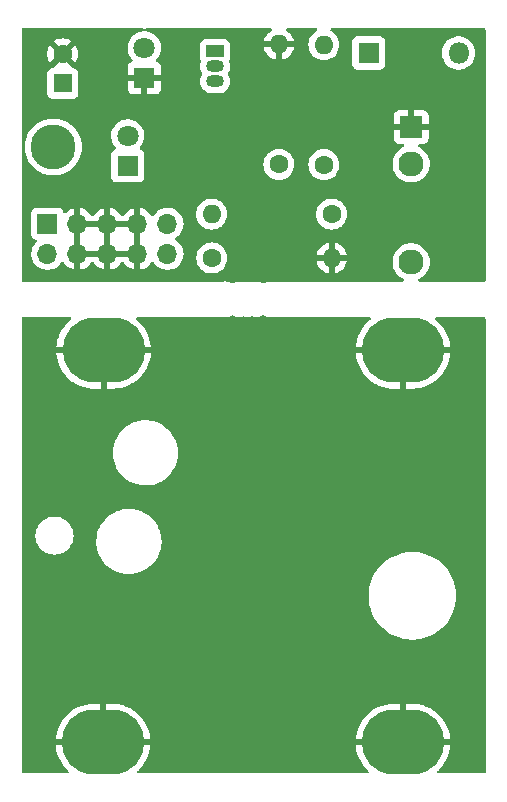
<source format=gbr>
%TF.GenerationSoftware,KiCad,Pcbnew,(6.0.0)*%
%TF.CreationDate,2022-12-16T14:26:45-08:00*%
%TF.ProjectId,LEDShieldPractice,4c454453-6869-4656-9c64-507261637469,rev?*%
%TF.SameCoordinates,Original*%
%TF.FileFunction,Copper,L2,Bot*%
%TF.FilePolarity,Positive*%
%FSLAX46Y46*%
G04 Gerber Fmt 4.6, Leading zero omitted, Abs format (unit mm)*
G04 Created by KiCad (PCBNEW (6.0.0)) date 2022-12-16 14:26:45*
%MOMM*%
%LPD*%
G01*
G04 APERTURE LIST*
%TA.AperFunction,ComponentPad*%
%ADD10O,7.000000X5.500000*%
%TD*%
%TA.AperFunction,ComponentPad*%
%ADD11C,1.600000*%
%TD*%
%TA.AperFunction,ComponentPad*%
%ADD12O,1.600000X1.600000*%
%TD*%
%TA.AperFunction,ComponentPad*%
%ADD13C,2.600000*%
%TD*%
%TA.AperFunction,ConnectorPad*%
%ADD14C,3.800000*%
%TD*%
%TA.AperFunction,ComponentPad*%
%ADD15R,1.800000X1.800000*%
%TD*%
%TA.AperFunction,ComponentPad*%
%ADD16O,1.800000X1.800000*%
%TD*%
%TA.AperFunction,ComponentPad*%
%ADD17C,2.130000*%
%TD*%
%TA.AperFunction,ComponentPad*%
%ADD18R,1.930000X1.830000*%
%TD*%
%TA.AperFunction,ComponentPad*%
%ADD19C,1.800000*%
%TD*%
%TA.AperFunction,ComponentPad*%
%ADD20R,1.500000X1.050000*%
%TD*%
%TA.AperFunction,ComponentPad*%
%ADD21O,1.500000X1.050000*%
%TD*%
%TA.AperFunction,ComponentPad*%
%ADD22R,1.700000X1.700000*%
%TD*%
%TA.AperFunction,ComponentPad*%
%ADD23O,1.700000X1.700000*%
%TD*%
%TA.AperFunction,ComponentPad*%
%ADD24R,1.600000X1.600000*%
%TD*%
G04 APERTURE END LIST*
D10*
%TO.P,H1,1,1*%
%TO.N,GND*%
X57300000Y-90460000D03*
%TD*%
%TO.P,H4,1,1*%
%TO.N,GND*%
X31900000Y-90460000D03*
%TD*%
%TO.P,H3,1,1*%
%TO.N,GND*%
X31950000Y-57260000D03*
%TD*%
%TO.P,H2,1,1*%
%TO.N,GND*%
X57300000Y-57260000D03*
%TD*%
D11*
%TO.P,R4,1*%
%TO.N,CLOCK*%
X46800000Y-41540000D03*
D12*
%TO.P,R4,2*%
%TO.N,GND*%
X46800000Y-31380000D03*
%TD*%
D11*
%TO.P,R2,1*%
%TO.N,CLOCK*%
X51260000Y-45740000D03*
D12*
%TO.P,R2,2*%
%TO.N,Net-(D2-Pad2)*%
X41100000Y-45740000D03*
%TD*%
D13*
%TO.P,REF\u002A\u002A,1*%
%TO.N,N/C*%
X27700000Y-40060000D03*
D14*
X27700000Y-40060000D03*
%TD*%
D11*
%TO.P,R1,1*%
%TO.N,Net-(DPWR1-Pad1)*%
X41120000Y-49460000D03*
D12*
%TO.P,R1,2*%
%TO.N,GND*%
X51280000Y-49460000D03*
%TD*%
D11*
%TO.P,R3,1*%
%TO.N,Net-(Q1-Pad2)*%
X50600000Y-41560000D03*
D12*
%TO.P,R3,2*%
%TO.N,Net-(D1-Pad1)*%
X50600000Y-31400000D03*
%TD*%
D15*
%TO.P,D1,1,K*%
%TO.N,Net-(D1-Pad1)*%
X54390000Y-32100000D03*
D16*
%TO.P,D1,2,A*%
%TO.N,Net-(D1-Pad2)*%
X62010000Y-32100000D03*
%TD*%
D17*
%TO.P,J2,TN*%
%TO.N,N/C*%
X58000000Y-41480000D03*
%TO.P,J2,T*%
%TO.N,Net-(D1-Pad2)*%
X58000000Y-49780000D03*
D18*
%TO.P,J2,S*%
%TO.N,GND*%
X58000000Y-38380000D03*
%TD*%
D15*
%TO.P,DPWR1,1,K*%
%TO.N,Net-(DPWR1-Pad1)*%
X34000000Y-41660000D03*
D19*
%TO.P,DPWR1,2,A*%
%TO.N,+12V*%
X34000000Y-39120000D03*
%TD*%
D20*
%TO.P,Q1,1,E*%
%TO.N,CLOCK*%
X41400000Y-31960000D03*
D21*
%TO.P,Q1,2,B*%
%TO.N,Net-(Q1-Pad2)*%
X41400000Y-33230000D03*
%TO.P,Q1,3,C*%
%TO.N,+12V*%
X41400000Y-34500000D03*
%TD*%
D15*
%TO.P,D2,1,K*%
%TO.N,GND*%
X35410000Y-34200000D03*
D19*
%TO.P,D2,2,A*%
%TO.N,Net-(D2-Pad2)*%
X35410000Y-31660000D03*
%TD*%
D22*
%TO.P,J1,1,Pin_1*%
%TO.N,+12V*%
X27200000Y-46560000D03*
D23*
%TO.P,J1,2,Pin_2*%
X27200000Y-49100000D03*
%TO.P,J1,3,Pin_3*%
%TO.N,GND*%
X29740000Y-46560000D03*
%TO.P,J1,4,Pin_4*%
X29740000Y-49100000D03*
%TO.P,J1,5,Pin_5*%
X32280000Y-46560000D03*
%TO.P,J1,6,Pin_6*%
X32280000Y-49100000D03*
%TO.P,J1,7,Pin_7*%
X34820000Y-46560000D03*
%TO.P,J1,8,Pin_8*%
X34820000Y-49100000D03*
%TO.P,J1,9,Pin_9*%
%TO.N,-12V*%
X37360000Y-46560000D03*
%TO.P,J1,10,Pin_10*%
X37360000Y-49100000D03*
%TD*%
D24*
%TO.P,C1,1*%
%TO.N,+12V*%
X28500000Y-34682379D03*
D11*
%TO.P,C1,2*%
%TO.N,GND*%
X28500000Y-32182379D03*
%TD*%
%TA.AperFunction,Conductor*%
%TO.N,GND*%
G36*
X35305357Y-30028002D02*
G01*
X35351850Y-30081658D01*
X35361954Y-30151932D01*
X35332460Y-30216512D01*
X35272734Y-30254896D01*
X35256295Y-30258550D01*
X35082464Y-30285150D01*
X34862314Y-30357106D01*
X34857726Y-30359494D01*
X34857722Y-30359496D01*
X34791821Y-30393802D01*
X34656872Y-30464052D01*
X34652739Y-30467155D01*
X34652736Y-30467157D01*
X34534808Y-30555700D01*
X34471655Y-30603117D01*
X34468083Y-30606855D01*
X34345350Y-30735288D01*
X34311639Y-30770564D01*
X34308725Y-30774836D01*
X34308724Y-30774837D01*
X34294629Y-30795499D01*
X34181119Y-30961899D01*
X34083602Y-31171981D01*
X34021707Y-31395169D01*
X33997095Y-31625469D01*
X33997392Y-31630622D01*
X33997392Y-31630625D01*
X34008187Y-31817840D01*
X34010427Y-31856697D01*
X34011564Y-31861743D01*
X34011565Y-31861749D01*
X34043741Y-32004523D01*
X34061346Y-32082642D01*
X34063288Y-32087424D01*
X34063289Y-32087428D01*
X34128571Y-32248197D01*
X34148484Y-32297237D01*
X34269501Y-32494719D01*
X34293689Y-32522642D01*
X34381653Y-32624191D01*
X34411135Y-32688776D01*
X34401020Y-32759049D01*
X34354519Y-32812697D01*
X34330646Y-32824670D01*
X34271944Y-32846677D01*
X34256351Y-32855214D01*
X34154276Y-32931715D01*
X34141715Y-32944276D01*
X34065214Y-33046351D01*
X34056676Y-33061946D01*
X34011522Y-33182394D01*
X34007895Y-33197649D01*
X34002369Y-33248514D01*
X34002000Y-33255328D01*
X34002000Y-33927885D01*
X34006475Y-33943124D01*
X34007865Y-33944329D01*
X34015548Y-33946000D01*
X36799884Y-33946000D01*
X36815123Y-33941525D01*
X36816328Y-33940135D01*
X36817999Y-33932452D01*
X36817999Y-33255331D01*
X36817629Y-33248510D01*
X36812105Y-33197648D01*
X36808479Y-33182396D01*
X36763324Y-33061946D01*
X36754786Y-33046351D01*
X36678285Y-32944276D01*
X36665724Y-32931715D01*
X36563649Y-32855214D01*
X36548052Y-32846675D01*
X36489415Y-32824693D01*
X36432650Y-32782052D01*
X36407950Y-32715490D01*
X36423157Y-32646141D01*
X36444703Y-32617461D01*
X36482641Y-32579654D01*
X36486303Y-32576005D01*
X36504150Y-32551169D01*
X36601500Y-32415691D01*
X36621458Y-32387917D01*
X36666542Y-32296697D01*
X36721784Y-32184922D01*
X36721785Y-32184920D01*
X36724078Y-32180280D01*
X36791408Y-31958671D01*
X36821640Y-31729041D01*
X36823327Y-31660000D01*
X36817032Y-31583434D01*
X36804773Y-31434318D01*
X36804772Y-31434312D01*
X36804349Y-31429167D01*
X36776137Y-31316850D01*
X36749184Y-31209544D01*
X36749183Y-31209540D01*
X36747925Y-31204533D01*
X36745866Y-31199797D01*
X36657630Y-30996868D01*
X36657628Y-30996865D01*
X36655570Y-30992131D01*
X36529764Y-30797665D01*
X36373887Y-30626358D01*
X36369836Y-30623159D01*
X36369832Y-30623155D01*
X36196177Y-30486011D01*
X36196172Y-30486008D01*
X36192123Y-30482810D01*
X36187607Y-30480317D01*
X36187604Y-30480315D01*
X35993879Y-30373373D01*
X35993875Y-30373371D01*
X35989355Y-30370876D01*
X35984486Y-30369152D01*
X35984482Y-30369150D01*
X35775903Y-30295288D01*
X35775899Y-30295287D01*
X35771028Y-30293562D01*
X35765935Y-30292655D01*
X35765932Y-30292654D01*
X35571648Y-30258047D01*
X35508090Y-30226409D01*
X35471727Y-30165432D01*
X35474104Y-30094475D01*
X35514465Y-30036067D01*
X35579997Y-30008752D01*
X35593744Y-30008000D01*
X46081102Y-30008000D01*
X46149223Y-30028002D01*
X46195716Y-30081658D01*
X46205820Y-30151932D01*
X46176326Y-30216512D01*
X46144102Y-30243119D01*
X46138998Y-30246066D01*
X45960533Y-30371028D01*
X45952125Y-30378084D01*
X45798084Y-30532125D01*
X45791028Y-30540533D01*
X45666069Y-30718993D01*
X45660586Y-30728489D01*
X45568510Y-30925947D01*
X45564764Y-30936239D01*
X45518606Y-31108503D01*
X45518942Y-31122599D01*
X45526884Y-31126000D01*
X48067967Y-31126000D01*
X48081498Y-31122027D01*
X48082727Y-31113478D01*
X48035236Y-30936239D01*
X48031490Y-30925947D01*
X47939414Y-30728489D01*
X47933931Y-30718993D01*
X47808972Y-30540533D01*
X47801916Y-30532125D01*
X47647875Y-30378084D01*
X47639467Y-30371028D01*
X47461002Y-30246066D01*
X47455898Y-30243119D01*
X47406905Y-30191737D01*
X47393469Y-30122023D01*
X47419855Y-30056112D01*
X47477687Y-30014930D01*
X47518898Y-30008000D01*
X49920629Y-30008000D01*
X49988750Y-30028002D01*
X50035243Y-30081658D01*
X50045347Y-30151932D01*
X50015853Y-30216512D01*
X49973879Y-30248195D01*
X49948238Y-30260151D01*
X49948233Y-30260154D01*
X49943251Y-30262477D01*
X49838389Y-30335902D01*
X49760211Y-30390643D01*
X49760208Y-30390645D01*
X49755700Y-30393802D01*
X49593802Y-30555700D01*
X49462477Y-30743251D01*
X49460154Y-30748233D01*
X49460151Y-30748238D01*
X49388609Y-30901663D01*
X49365716Y-30950757D01*
X49364294Y-30956065D01*
X49364293Y-30956067D01*
X49310913Y-31155283D01*
X49306457Y-31171913D01*
X49286502Y-31400000D01*
X49306457Y-31628087D01*
X49307881Y-31633400D01*
X49307881Y-31633402D01*
X49360613Y-31830197D01*
X49365716Y-31849243D01*
X49368039Y-31854224D01*
X49368039Y-31854225D01*
X49460151Y-32051762D01*
X49460154Y-32051767D01*
X49462477Y-32056749D01*
X49492762Y-32100000D01*
X49576414Y-32219467D01*
X49593802Y-32244300D01*
X49755700Y-32406198D01*
X49760208Y-32409355D01*
X49760211Y-32409357D01*
X49769257Y-32415691D01*
X49943251Y-32537523D01*
X49948233Y-32539846D01*
X49948238Y-32539849D01*
X50120725Y-32620280D01*
X50150757Y-32634284D01*
X50156065Y-32635706D01*
X50156067Y-32635707D01*
X50366598Y-32692119D01*
X50366600Y-32692119D01*
X50371913Y-32693543D01*
X50600000Y-32713498D01*
X50828087Y-32693543D01*
X50833400Y-32692119D01*
X50833402Y-32692119D01*
X51043933Y-32635707D01*
X51043935Y-32635706D01*
X51049243Y-32634284D01*
X51079275Y-32620280D01*
X51251762Y-32539849D01*
X51251767Y-32539846D01*
X51256749Y-32537523D01*
X51430743Y-32415691D01*
X51439789Y-32409357D01*
X51439792Y-32409355D01*
X51444300Y-32406198D01*
X51606198Y-32244300D01*
X51623587Y-32219467D01*
X51707238Y-32100000D01*
X51737523Y-32056749D01*
X51739846Y-32051767D01*
X51739849Y-32051762D01*
X51831961Y-31854225D01*
X51831961Y-31854224D01*
X51834284Y-31849243D01*
X51839388Y-31830197D01*
X51892119Y-31633402D01*
X51892119Y-31633400D01*
X51893543Y-31628087D01*
X51913498Y-31400000D01*
X51893543Y-31171913D01*
X51889087Y-31155283D01*
X51835707Y-30956067D01*
X51835706Y-30956065D01*
X51834284Y-30950757D01*
X51811391Y-30901663D01*
X51739849Y-30748238D01*
X51739846Y-30748233D01*
X51737523Y-30743251D01*
X51606198Y-30555700D01*
X51444300Y-30393802D01*
X51439792Y-30390645D01*
X51439789Y-30390643D01*
X51361611Y-30335902D01*
X51256749Y-30262477D01*
X51251767Y-30260154D01*
X51251762Y-30260151D01*
X51226121Y-30248195D01*
X51172836Y-30201278D01*
X51153375Y-30133001D01*
X51173917Y-30065041D01*
X51227939Y-30018975D01*
X51279371Y-30008000D01*
X64166000Y-30008000D01*
X64234121Y-30028002D01*
X64280614Y-30081658D01*
X64292000Y-30134000D01*
X64292000Y-51326000D01*
X64271998Y-51394121D01*
X64218342Y-51440614D01*
X64166000Y-51452000D01*
X58708634Y-51452000D01*
X58640513Y-51431998D01*
X58594020Y-51378342D01*
X58583916Y-51308068D01*
X58613410Y-51243488D01*
X58660416Y-51209591D01*
X58711989Y-51188229D01*
X58711993Y-51188227D01*
X58716563Y-51186334D01*
X58927740Y-51056925D01*
X59116073Y-50896073D01*
X59276925Y-50707740D01*
X59406334Y-50496563D01*
X59420686Y-50461916D01*
X59499221Y-50272315D01*
X59499222Y-50272313D01*
X59501115Y-50267742D01*
X59532470Y-50137139D01*
X59557779Y-50031724D01*
X59557780Y-50031718D01*
X59558934Y-50026911D01*
X59578366Y-49780000D01*
X59558934Y-49533089D01*
X59557780Y-49528282D01*
X59557779Y-49528276D01*
X59517012Y-49358475D01*
X59501115Y-49292258D01*
X59464694Y-49204329D01*
X59408229Y-49068011D01*
X59408227Y-49068007D01*
X59406334Y-49063437D01*
X59276925Y-48852260D01*
X59116073Y-48663927D01*
X58927740Y-48503075D01*
X58716563Y-48373666D01*
X58711993Y-48371773D01*
X58711989Y-48371771D01*
X58492315Y-48280779D01*
X58492313Y-48280778D01*
X58487742Y-48278885D01*
X58353796Y-48246727D01*
X58251724Y-48222221D01*
X58251718Y-48222220D01*
X58246911Y-48221066D01*
X58000000Y-48201634D01*
X57753089Y-48221066D01*
X57748282Y-48222220D01*
X57748276Y-48222221D01*
X57646204Y-48246727D01*
X57512258Y-48278885D01*
X57507687Y-48280778D01*
X57507685Y-48280779D01*
X57288011Y-48371771D01*
X57288007Y-48371773D01*
X57283437Y-48373666D01*
X57072260Y-48503075D01*
X56883927Y-48663927D01*
X56723075Y-48852260D01*
X56593666Y-49063437D01*
X56591773Y-49068007D01*
X56591771Y-49068011D01*
X56535306Y-49204329D01*
X56498885Y-49292258D01*
X56482988Y-49358475D01*
X56442221Y-49528276D01*
X56442220Y-49528282D01*
X56441066Y-49533089D01*
X56421634Y-49780000D01*
X56441066Y-50026911D01*
X56442220Y-50031718D01*
X56442221Y-50031724D01*
X56467530Y-50137139D01*
X56498885Y-50267742D01*
X56500778Y-50272313D01*
X56500779Y-50272315D01*
X56579315Y-50461916D01*
X56593666Y-50496563D01*
X56723075Y-50707740D01*
X56883927Y-50896073D01*
X57072260Y-51056925D01*
X57283437Y-51186334D01*
X57288007Y-51188227D01*
X57288011Y-51188229D01*
X57339584Y-51209591D01*
X57394865Y-51254140D01*
X57417286Y-51321503D01*
X57399728Y-51390294D01*
X57347766Y-51438673D01*
X57291366Y-51452000D01*
X46253207Y-51452000D01*
X46232303Y-51450254D01*
X46228118Y-51449550D01*
X46212539Y-51446929D01*
X46206419Y-51446854D01*
X46204867Y-51446835D01*
X46204862Y-51446835D01*
X46200000Y-51446776D01*
X46195184Y-51447466D01*
X46195100Y-51447471D01*
X46187313Y-51448335D01*
X45963367Y-51465960D01*
X45958560Y-51467114D01*
X45958554Y-51467115D01*
X45831753Y-51497558D01*
X45732561Y-51521372D01*
X45727990Y-51523265D01*
X45727988Y-51523266D01*
X45664951Y-51549377D01*
X45520283Y-51609300D01*
X45449694Y-51616889D01*
X45390489Y-51588917D01*
X45373715Y-51574667D01*
X45264045Y-51518666D01*
X45222708Y-51497558D01*
X45222706Y-51497557D01*
X45216192Y-51494231D01*
X45209087Y-51492492D01*
X45209083Y-51492491D01*
X45104162Y-51466818D01*
X45044390Y-51452192D01*
X45038788Y-51451844D01*
X45038785Y-51451844D01*
X45035175Y-51451620D01*
X45035165Y-51451620D01*
X45033236Y-51451500D01*
X44905707Y-51451500D01*
X44835964Y-51459631D01*
X44781589Y-51465970D01*
X44781585Y-51465971D01*
X44774319Y-51466818D01*
X44767444Y-51469313D01*
X44767442Y-51469314D01*
X44614338Y-51524889D01*
X44543480Y-51529330D01*
X44514044Y-51518666D01*
X44472712Y-51497560D01*
X44472707Y-51497558D01*
X44466192Y-51494231D01*
X44294390Y-51452192D01*
X44288788Y-51451844D01*
X44288785Y-51451844D01*
X44285175Y-51451620D01*
X44285165Y-51451620D01*
X44283236Y-51451500D01*
X44155707Y-51451500D01*
X44085964Y-51459631D01*
X44031589Y-51465970D01*
X44031585Y-51465971D01*
X44024319Y-51466818D01*
X44017444Y-51469313D01*
X44017442Y-51469314D01*
X43864338Y-51524889D01*
X43793480Y-51529330D01*
X43764044Y-51518666D01*
X43722712Y-51497560D01*
X43722707Y-51497558D01*
X43716192Y-51494231D01*
X43544390Y-51452192D01*
X43538788Y-51451844D01*
X43538785Y-51451844D01*
X43535175Y-51451620D01*
X43535165Y-51451620D01*
X43533236Y-51451500D01*
X43405707Y-51451500D01*
X43335964Y-51459631D01*
X43281589Y-51465970D01*
X43281585Y-51465971D01*
X43274319Y-51466818D01*
X43267444Y-51469313D01*
X43267442Y-51469314D01*
X43118810Y-51523266D01*
X43108063Y-51527167D01*
X43101946Y-51531178D01*
X43101943Y-51531179D01*
X42998615Y-51598924D01*
X42930679Y-51619547D01*
X42881313Y-51609961D01*
X42735049Y-51549377D01*
X42672012Y-51523266D01*
X42672010Y-51523265D01*
X42667439Y-51521372D01*
X42568247Y-51497558D01*
X42441446Y-51467115D01*
X42441440Y-51467114D01*
X42436633Y-51465960D01*
X42233657Y-51449986D01*
X42222637Y-51448628D01*
X42217330Y-51447735D01*
X42217329Y-51447735D01*
X42212539Y-51446929D01*
X42206300Y-51446853D01*
X42204859Y-51446835D01*
X42204855Y-51446835D01*
X42200000Y-51446776D01*
X42175715Y-51450254D01*
X42172412Y-51450727D01*
X42154549Y-51452000D01*
X25134000Y-51452000D01*
X25065879Y-51431998D01*
X25019386Y-51378342D01*
X25008000Y-51326000D01*
X25008000Y-49066695D01*
X25837251Y-49066695D01*
X25837548Y-49071848D01*
X25837548Y-49071851D01*
X25844274Y-49188503D01*
X25850110Y-49289715D01*
X25851247Y-49294761D01*
X25851248Y-49294767D01*
X25865606Y-49358475D01*
X25899222Y-49507639D01*
X25937461Y-49601811D01*
X25970269Y-49682607D01*
X25983266Y-49714616D01*
X26010686Y-49759362D01*
X26097291Y-49900688D01*
X26099987Y-49905088D01*
X26246250Y-50073938D01*
X26418126Y-50216632D01*
X26611000Y-50329338D01*
X26819692Y-50409030D01*
X26824760Y-50410061D01*
X26824763Y-50410062D01*
X26919862Y-50429410D01*
X27038597Y-50453567D01*
X27043772Y-50453757D01*
X27043774Y-50453757D01*
X27256673Y-50461564D01*
X27256677Y-50461564D01*
X27261837Y-50461753D01*
X27266957Y-50461097D01*
X27266959Y-50461097D01*
X27478288Y-50434025D01*
X27478289Y-50434025D01*
X27483416Y-50433368D01*
X27488366Y-50431883D01*
X27692429Y-50370661D01*
X27692434Y-50370659D01*
X27697384Y-50369174D01*
X27897994Y-50270896D01*
X28079860Y-50141173D01*
X28238096Y-49983489D01*
X28295263Y-49903933D01*
X28368453Y-49802077D01*
X28369640Y-49802930D01*
X28416960Y-49759362D01*
X28486897Y-49747145D01*
X28552338Y-49774678D01*
X28580166Y-49806511D01*
X28637694Y-49900388D01*
X28643777Y-49908699D01*
X28783213Y-50069667D01*
X28790580Y-50076883D01*
X28954434Y-50212916D01*
X28962881Y-50218831D01*
X29146756Y-50326279D01*
X29156042Y-50330729D01*
X29355001Y-50406703D01*
X29364899Y-50409579D01*
X29468250Y-50430606D01*
X29482299Y-50429410D01*
X29486000Y-50419065D01*
X29486000Y-50418517D01*
X29994000Y-50418517D01*
X29998064Y-50432359D01*
X30011478Y-50434393D01*
X30018184Y-50433534D01*
X30028262Y-50431392D01*
X30232255Y-50370191D01*
X30241842Y-50366433D01*
X30433095Y-50272739D01*
X30441945Y-50267464D01*
X30615328Y-50143792D01*
X30623200Y-50137139D01*
X30774052Y-49986812D01*
X30780730Y-49978965D01*
X30908022Y-49801819D01*
X30909147Y-49802627D01*
X30956669Y-49758876D01*
X31026607Y-49746661D01*
X31092046Y-49774197D01*
X31119870Y-49806028D01*
X31177690Y-49900383D01*
X31183777Y-49908699D01*
X31323213Y-50069667D01*
X31330580Y-50076883D01*
X31494434Y-50212916D01*
X31502881Y-50218831D01*
X31686756Y-50326279D01*
X31696042Y-50330729D01*
X31895001Y-50406703D01*
X31904899Y-50409579D01*
X32008250Y-50430606D01*
X32022299Y-50429410D01*
X32026000Y-50419065D01*
X32026000Y-50418517D01*
X32534000Y-50418517D01*
X32538064Y-50432359D01*
X32551478Y-50434393D01*
X32558184Y-50433534D01*
X32568262Y-50431392D01*
X32772255Y-50370191D01*
X32781842Y-50366433D01*
X32973095Y-50272739D01*
X32981945Y-50267464D01*
X33155328Y-50143792D01*
X33163200Y-50137139D01*
X33314052Y-49986812D01*
X33320730Y-49978965D01*
X33448022Y-49801819D01*
X33449147Y-49802627D01*
X33496669Y-49758876D01*
X33566607Y-49746661D01*
X33632046Y-49774197D01*
X33659870Y-49806028D01*
X33717690Y-49900383D01*
X33723777Y-49908699D01*
X33863213Y-50069667D01*
X33870580Y-50076883D01*
X34034434Y-50212916D01*
X34042881Y-50218831D01*
X34226756Y-50326279D01*
X34236042Y-50330729D01*
X34435001Y-50406703D01*
X34444899Y-50409579D01*
X34548250Y-50430606D01*
X34562299Y-50429410D01*
X34566000Y-50419065D01*
X34566000Y-50418517D01*
X35074000Y-50418517D01*
X35078064Y-50432359D01*
X35091478Y-50434393D01*
X35098184Y-50433534D01*
X35108262Y-50431392D01*
X35312255Y-50370191D01*
X35321842Y-50366433D01*
X35513095Y-50272739D01*
X35521945Y-50267464D01*
X35695328Y-50143792D01*
X35703200Y-50137139D01*
X35854052Y-49986812D01*
X35860730Y-49978965D01*
X35988022Y-49801819D01*
X35989279Y-49802722D01*
X36036373Y-49759362D01*
X36106311Y-49747145D01*
X36171751Y-49774678D01*
X36199579Y-49806511D01*
X36259987Y-49905088D01*
X36406250Y-50073938D01*
X36578126Y-50216632D01*
X36771000Y-50329338D01*
X36979692Y-50409030D01*
X36984760Y-50410061D01*
X36984763Y-50410062D01*
X37079862Y-50429410D01*
X37198597Y-50453567D01*
X37203772Y-50453757D01*
X37203774Y-50453757D01*
X37416673Y-50461564D01*
X37416677Y-50461564D01*
X37421837Y-50461753D01*
X37426957Y-50461097D01*
X37426959Y-50461097D01*
X37638288Y-50434025D01*
X37638289Y-50434025D01*
X37643416Y-50433368D01*
X37648366Y-50431883D01*
X37852429Y-50370661D01*
X37852434Y-50370659D01*
X37857384Y-50369174D01*
X38057994Y-50270896D01*
X38239860Y-50141173D01*
X38398096Y-49983489D01*
X38455263Y-49903933D01*
X38525435Y-49806277D01*
X38528453Y-49802077D01*
X38541995Y-49774678D01*
X38625136Y-49606453D01*
X38625137Y-49606451D01*
X38627430Y-49601811D01*
X38670516Y-49460000D01*
X39806502Y-49460000D01*
X39826457Y-49688087D01*
X39827881Y-49693400D01*
X39827881Y-49693402D01*
X39883424Y-49900688D01*
X39885716Y-49909243D01*
X39888039Y-49914224D01*
X39888039Y-49914225D01*
X39980151Y-50111762D01*
X39980154Y-50111767D01*
X39982477Y-50116749D01*
X39999579Y-50141173D01*
X40092007Y-50273173D01*
X40113802Y-50304300D01*
X40275700Y-50466198D01*
X40280208Y-50469355D01*
X40280211Y-50469357D01*
X40325092Y-50500783D01*
X40463251Y-50597523D01*
X40468233Y-50599846D01*
X40468238Y-50599849D01*
X40664765Y-50691490D01*
X40670757Y-50694284D01*
X40676065Y-50695706D01*
X40676067Y-50695707D01*
X40886598Y-50752119D01*
X40886600Y-50752119D01*
X40891913Y-50753543D01*
X41120000Y-50773498D01*
X41348087Y-50753543D01*
X41353400Y-50752119D01*
X41353402Y-50752119D01*
X41563933Y-50695707D01*
X41563935Y-50695706D01*
X41569243Y-50694284D01*
X41575235Y-50691490D01*
X41771762Y-50599849D01*
X41771767Y-50599846D01*
X41776749Y-50597523D01*
X41914908Y-50500783D01*
X41959789Y-50469357D01*
X41959792Y-50469355D01*
X41964300Y-50466198D01*
X42126198Y-50304300D01*
X42147994Y-50273173D01*
X42240421Y-50141173D01*
X42257523Y-50116749D01*
X42259846Y-50111767D01*
X42259849Y-50111762D01*
X42351961Y-49914225D01*
X42351961Y-49914224D01*
X42354284Y-49909243D01*
X42356577Y-49900688D01*
X42403245Y-49726522D01*
X49997273Y-49726522D01*
X50044764Y-49903761D01*
X50048510Y-49914053D01*
X50140586Y-50111511D01*
X50146069Y-50121007D01*
X50271028Y-50299467D01*
X50278084Y-50307875D01*
X50432125Y-50461916D01*
X50440533Y-50468972D01*
X50618993Y-50593931D01*
X50628489Y-50599414D01*
X50825947Y-50691490D01*
X50836239Y-50695236D01*
X51008503Y-50741394D01*
X51022599Y-50741058D01*
X51026000Y-50733116D01*
X51026000Y-50727967D01*
X51534000Y-50727967D01*
X51537973Y-50741498D01*
X51546522Y-50742727D01*
X51723761Y-50695236D01*
X51734053Y-50691490D01*
X51931511Y-50599414D01*
X51941007Y-50593931D01*
X52119467Y-50468972D01*
X52127875Y-50461916D01*
X52281916Y-50307875D01*
X52288972Y-50299467D01*
X52413931Y-50121007D01*
X52419414Y-50111511D01*
X52511490Y-49914053D01*
X52515236Y-49903761D01*
X52561394Y-49731497D01*
X52561058Y-49717401D01*
X52553116Y-49714000D01*
X51552115Y-49714000D01*
X51536876Y-49718475D01*
X51535671Y-49719865D01*
X51534000Y-49727548D01*
X51534000Y-50727967D01*
X51026000Y-50727967D01*
X51026000Y-49732115D01*
X51021525Y-49716876D01*
X51020135Y-49715671D01*
X51012452Y-49714000D01*
X50012033Y-49714000D01*
X49998502Y-49717973D01*
X49997273Y-49726522D01*
X42403245Y-49726522D01*
X42412119Y-49693402D01*
X42412119Y-49693400D01*
X42413543Y-49688087D01*
X42433498Y-49460000D01*
X42413543Y-49231913D01*
X42403244Y-49193478D01*
X42401911Y-49188503D01*
X49998606Y-49188503D01*
X49998942Y-49202599D01*
X50006884Y-49206000D01*
X51007885Y-49206000D01*
X51023124Y-49201525D01*
X51024329Y-49200135D01*
X51026000Y-49192452D01*
X51026000Y-49187885D01*
X51534000Y-49187885D01*
X51538475Y-49203124D01*
X51539865Y-49204329D01*
X51547548Y-49206000D01*
X52547967Y-49206000D01*
X52561498Y-49202027D01*
X52562727Y-49193478D01*
X52515236Y-49016239D01*
X52511490Y-49005947D01*
X52419414Y-48808489D01*
X52413931Y-48798993D01*
X52288972Y-48620533D01*
X52281916Y-48612125D01*
X52127875Y-48458084D01*
X52119467Y-48451028D01*
X51941007Y-48326069D01*
X51931511Y-48320586D01*
X51734053Y-48228510D01*
X51723761Y-48224764D01*
X51551497Y-48178606D01*
X51537401Y-48178942D01*
X51534000Y-48186884D01*
X51534000Y-49187885D01*
X51026000Y-49187885D01*
X51026000Y-48192033D01*
X51022027Y-48178502D01*
X51013478Y-48177273D01*
X50836239Y-48224764D01*
X50825947Y-48228510D01*
X50628489Y-48320586D01*
X50618993Y-48326069D01*
X50440533Y-48451028D01*
X50432125Y-48458084D01*
X50278084Y-48612125D01*
X50271028Y-48620533D01*
X50146069Y-48798993D01*
X50140586Y-48808489D01*
X50048510Y-49005947D01*
X50044764Y-49016239D01*
X49998606Y-49188503D01*
X42401911Y-49188503D01*
X42355707Y-49016067D01*
X42355706Y-49016065D01*
X42354284Y-49010757D01*
X42351961Y-49005775D01*
X42259849Y-48808238D01*
X42259846Y-48808233D01*
X42257523Y-48803251D01*
X42162597Y-48667683D01*
X42129357Y-48620211D01*
X42129355Y-48620208D01*
X42126198Y-48615700D01*
X41964300Y-48453802D01*
X41959792Y-48450645D01*
X41959789Y-48450643D01*
X41847148Y-48371771D01*
X41776749Y-48322477D01*
X41771767Y-48320154D01*
X41771762Y-48320151D01*
X41574225Y-48228039D01*
X41574224Y-48228039D01*
X41569243Y-48225716D01*
X41563935Y-48224294D01*
X41563933Y-48224293D01*
X41353402Y-48167881D01*
X41353400Y-48167881D01*
X41348087Y-48166457D01*
X41120000Y-48146502D01*
X40891913Y-48166457D01*
X40886600Y-48167881D01*
X40886598Y-48167881D01*
X40676067Y-48224293D01*
X40676065Y-48224294D01*
X40670757Y-48225716D01*
X40665776Y-48228039D01*
X40665775Y-48228039D01*
X40468238Y-48320151D01*
X40468233Y-48320154D01*
X40463251Y-48322477D01*
X40392852Y-48371771D01*
X40280211Y-48450643D01*
X40280208Y-48450645D01*
X40275700Y-48453802D01*
X40113802Y-48615700D01*
X40110645Y-48620208D01*
X40110643Y-48620211D01*
X40077403Y-48667683D01*
X39982477Y-48803251D01*
X39980154Y-48808233D01*
X39980151Y-48808238D01*
X39888039Y-49005775D01*
X39885716Y-49010757D01*
X39884294Y-49016065D01*
X39884293Y-49016067D01*
X39836756Y-49193478D01*
X39826457Y-49231913D01*
X39806502Y-49460000D01*
X38670516Y-49460000D01*
X38692370Y-49388069D01*
X38721529Y-49166590D01*
X38723156Y-49100000D01*
X38704852Y-48877361D01*
X38650431Y-48660702D01*
X38561354Y-48455840D01*
X38506967Y-48371771D01*
X38442822Y-48272617D01*
X38442820Y-48272614D01*
X38440014Y-48268277D01*
X38289670Y-48103051D01*
X38285619Y-48099852D01*
X38285615Y-48099848D01*
X38118414Y-47967800D01*
X38118410Y-47967798D01*
X38114359Y-47964598D01*
X38073053Y-47941796D01*
X38023084Y-47891364D01*
X38008312Y-47821921D01*
X38033428Y-47755516D01*
X38060780Y-47728909D01*
X38104603Y-47697650D01*
X38239860Y-47601173D01*
X38398096Y-47443489D01*
X38528453Y-47262077D01*
X38541995Y-47234678D01*
X38625136Y-47066453D01*
X38625137Y-47066451D01*
X38627430Y-47061811D01*
X38659900Y-46954940D01*
X38690865Y-46853023D01*
X38690865Y-46853021D01*
X38692370Y-46848069D01*
X38721529Y-46626590D01*
X38722562Y-46584300D01*
X38723074Y-46563365D01*
X38723074Y-46563361D01*
X38723156Y-46560000D01*
X38704852Y-46337361D01*
X38650431Y-46120702D01*
X38561354Y-45915840D01*
X38447598Y-45740000D01*
X39786502Y-45740000D01*
X39806457Y-45968087D01*
X39807881Y-45973400D01*
X39807881Y-45973402D01*
X39838938Y-46089305D01*
X39865716Y-46189243D01*
X39868039Y-46194224D01*
X39868039Y-46194225D01*
X39960151Y-46391762D01*
X39960154Y-46391767D01*
X39962477Y-46396749D01*
X40093802Y-46584300D01*
X40255700Y-46746198D01*
X40260208Y-46749355D01*
X40260211Y-46749357D01*
X40338389Y-46804098D01*
X40443251Y-46877523D01*
X40448233Y-46879846D01*
X40448238Y-46879849D01*
X40645775Y-46971961D01*
X40650757Y-46974284D01*
X40656065Y-46975706D01*
X40656067Y-46975707D01*
X40866598Y-47032119D01*
X40866600Y-47032119D01*
X40871913Y-47033543D01*
X41100000Y-47053498D01*
X41328087Y-47033543D01*
X41333400Y-47032119D01*
X41333402Y-47032119D01*
X41543933Y-46975707D01*
X41543935Y-46975706D01*
X41549243Y-46974284D01*
X41554225Y-46971961D01*
X41751762Y-46879849D01*
X41751767Y-46879846D01*
X41756749Y-46877523D01*
X41861611Y-46804098D01*
X41939789Y-46749357D01*
X41939792Y-46749355D01*
X41944300Y-46746198D01*
X42106198Y-46584300D01*
X42237523Y-46396749D01*
X42239846Y-46391767D01*
X42239849Y-46391762D01*
X42331961Y-46194225D01*
X42331961Y-46194224D01*
X42334284Y-46189243D01*
X42361063Y-46089305D01*
X42392119Y-45973402D01*
X42392119Y-45973400D01*
X42393543Y-45968087D01*
X42413498Y-45740000D01*
X49946502Y-45740000D01*
X49966457Y-45968087D01*
X49967881Y-45973400D01*
X49967881Y-45973402D01*
X49998938Y-46089305D01*
X50025716Y-46189243D01*
X50028039Y-46194224D01*
X50028039Y-46194225D01*
X50120151Y-46391762D01*
X50120154Y-46391767D01*
X50122477Y-46396749D01*
X50253802Y-46584300D01*
X50415700Y-46746198D01*
X50420208Y-46749355D01*
X50420211Y-46749357D01*
X50498389Y-46804098D01*
X50603251Y-46877523D01*
X50608233Y-46879846D01*
X50608238Y-46879849D01*
X50805775Y-46971961D01*
X50810757Y-46974284D01*
X50816065Y-46975706D01*
X50816067Y-46975707D01*
X51026598Y-47032119D01*
X51026600Y-47032119D01*
X51031913Y-47033543D01*
X51260000Y-47053498D01*
X51488087Y-47033543D01*
X51493400Y-47032119D01*
X51493402Y-47032119D01*
X51703933Y-46975707D01*
X51703935Y-46975706D01*
X51709243Y-46974284D01*
X51714225Y-46971961D01*
X51911762Y-46879849D01*
X51911767Y-46879846D01*
X51916749Y-46877523D01*
X52021611Y-46804098D01*
X52099789Y-46749357D01*
X52099792Y-46749355D01*
X52104300Y-46746198D01*
X52266198Y-46584300D01*
X52397523Y-46396749D01*
X52399846Y-46391767D01*
X52399849Y-46391762D01*
X52491961Y-46194225D01*
X52491961Y-46194224D01*
X52494284Y-46189243D01*
X52521063Y-46089305D01*
X52552119Y-45973402D01*
X52552119Y-45973400D01*
X52553543Y-45968087D01*
X52573498Y-45740000D01*
X52553543Y-45511913D01*
X52526245Y-45410036D01*
X52495707Y-45296067D01*
X52495706Y-45296065D01*
X52494284Y-45290757D01*
X52472612Y-45244280D01*
X52399849Y-45088238D01*
X52399846Y-45088233D01*
X52397523Y-45083251D01*
X52266198Y-44895700D01*
X52104300Y-44733802D01*
X52099792Y-44730645D01*
X52099789Y-44730643D01*
X52021611Y-44675902D01*
X51916749Y-44602477D01*
X51911767Y-44600154D01*
X51911762Y-44600151D01*
X51714225Y-44508039D01*
X51714224Y-44508039D01*
X51709243Y-44505716D01*
X51703935Y-44504294D01*
X51703933Y-44504293D01*
X51493402Y-44447881D01*
X51493400Y-44447881D01*
X51488087Y-44446457D01*
X51260000Y-44426502D01*
X51031913Y-44446457D01*
X51026600Y-44447881D01*
X51026598Y-44447881D01*
X50816067Y-44504293D01*
X50816065Y-44504294D01*
X50810757Y-44505716D01*
X50805776Y-44508039D01*
X50805775Y-44508039D01*
X50608238Y-44600151D01*
X50608233Y-44600154D01*
X50603251Y-44602477D01*
X50498389Y-44675902D01*
X50420211Y-44730643D01*
X50420208Y-44730645D01*
X50415700Y-44733802D01*
X50253802Y-44895700D01*
X50122477Y-45083251D01*
X50120154Y-45088233D01*
X50120151Y-45088238D01*
X50047388Y-45244280D01*
X50025716Y-45290757D01*
X50024294Y-45296065D01*
X50024293Y-45296067D01*
X49993755Y-45410036D01*
X49966457Y-45511913D01*
X49946502Y-45740000D01*
X42413498Y-45740000D01*
X42393543Y-45511913D01*
X42366245Y-45410036D01*
X42335707Y-45296067D01*
X42335706Y-45296065D01*
X42334284Y-45290757D01*
X42312612Y-45244280D01*
X42239849Y-45088238D01*
X42239846Y-45088233D01*
X42237523Y-45083251D01*
X42106198Y-44895700D01*
X41944300Y-44733802D01*
X41939792Y-44730645D01*
X41939789Y-44730643D01*
X41861611Y-44675902D01*
X41756749Y-44602477D01*
X41751767Y-44600154D01*
X41751762Y-44600151D01*
X41554225Y-44508039D01*
X41554224Y-44508039D01*
X41549243Y-44505716D01*
X41543935Y-44504294D01*
X41543933Y-44504293D01*
X41333402Y-44447881D01*
X41333400Y-44447881D01*
X41328087Y-44446457D01*
X41100000Y-44426502D01*
X40871913Y-44446457D01*
X40866600Y-44447881D01*
X40866598Y-44447881D01*
X40656067Y-44504293D01*
X40656065Y-44504294D01*
X40650757Y-44505716D01*
X40645776Y-44508039D01*
X40645775Y-44508039D01*
X40448238Y-44600151D01*
X40448233Y-44600154D01*
X40443251Y-44602477D01*
X40338389Y-44675902D01*
X40260211Y-44730643D01*
X40260208Y-44730645D01*
X40255700Y-44733802D01*
X40093802Y-44895700D01*
X39962477Y-45083251D01*
X39960154Y-45088233D01*
X39960151Y-45088238D01*
X39887388Y-45244280D01*
X39865716Y-45290757D01*
X39864294Y-45296065D01*
X39864293Y-45296067D01*
X39833755Y-45410036D01*
X39806457Y-45511913D01*
X39786502Y-45740000D01*
X38447598Y-45740000D01*
X38440014Y-45728277D01*
X38289670Y-45563051D01*
X38285619Y-45559852D01*
X38285615Y-45559848D01*
X38118414Y-45427800D01*
X38118410Y-45427798D01*
X38114359Y-45424598D01*
X38078028Y-45404542D01*
X38062136Y-45395769D01*
X37918789Y-45316638D01*
X37913920Y-45314914D01*
X37913916Y-45314912D01*
X37713087Y-45243795D01*
X37713083Y-45243794D01*
X37708212Y-45242069D01*
X37703119Y-45241162D01*
X37703116Y-45241161D01*
X37493373Y-45203800D01*
X37493367Y-45203799D01*
X37488284Y-45202894D01*
X37414452Y-45201992D01*
X37270081Y-45200228D01*
X37270079Y-45200228D01*
X37264911Y-45200165D01*
X37044091Y-45233955D01*
X36831756Y-45303357D01*
X36633607Y-45406507D01*
X36629474Y-45409610D01*
X36629471Y-45409612D01*
X36500298Y-45506598D01*
X36454965Y-45540635D01*
X36300629Y-45702138D01*
X36297715Y-45706410D01*
X36297714Y-45706411D01*
X36246153Y-45781997D01*
X36194337Y-45857957D01*
X36192898Y-45860066D01*
X36137987Y-45905069D01*
X36067462Y-45913240D01*
X36003715Y-45881986D01*
X35983018Y-45857502D01*
X35902426Y-45732926D01*
X35896136Y-45724757D01*
X35752806Y-45567240D01*
X35745273Y-45560215D01*
X35578139Y-45428222D01*
X35569552Y-45422517D01*
X35383117Y-45319599D01*
X35373705Y-45315369D01*
X35172959Y-45244280D01*
X35162988Y-45241646D01*
X35091837Y-45228972D01*
X35078540Y-45230432D01*
X35074000Y-45244989D01*
X35074000Y-50418517D01*
X34566000Y-50418517D01*
X34566000Y-49372115D01*
X34561525Y-49356876D01*
X34560135Y-49355671D01*
X34552452Y-49354000D01*
X32552115Y-49354000D01*
X32536876Y-49358475D01*
X32535671Y-49359865D01*
X32534000Y-49367548D01*
X32534000Y-50418517D01*
X32026000Y-50418517D01*
X32026000Y-49372115D01*
X32021525Y-49356876D01*
X32020135Y-49355671D01*
X32012452Y-49354000D01*
X30012115Y-49354000D01*
X29996876Y-49358475D01*
X29995671Y-49359865D01*
X29994000Y-49367548D01*
X29994000Y-50418517D01*
X29486000Y-50418517D01*
X29486000Y-48827885D01*
X29994000Y-48827885D01*
X29998475Y-48843124D01*
X29999865Y-48844329D01*
X30007548Y-48846000D01*
X32007885Y-48846000D01*
X32023124Y-48841525D01*
X32024329Y-48840135D01*
X32026000Y-48832452D01*
X32026000Y-48827885D01*
X32534000Y-48827885D01*
X32538475Y-48843124D01*
X32539865Y-48844329D01*
X32547548Y-48846000D01*
X34547885Y-48846000D01*
X34563124Y-48841525D01*
X34564329Y-48840135D01*
X34566000Y-48832452D01*
X34566000Y-46832115D01*
X34561525Y-46816876D01*
X34560135Y-46815671D01*
X34552452Y-46814000D01*
X32552115Y-46814000D01*
X32536876Y-46818475D01*
X32535671Y-46819865D01*
X32534000Y-46827548D01*
X32534000Y-48827885D01*
X32026000Y-48827885D01*
X32026000Y-46832115D01*
X32021525Y-46816876D01*
X32020135Y-46815671D01*
X32012452Y-46814000D01*
X30012115Y-46814000D01*
X29996876Y-46818475D01*
X29995671Y-46819865D01*
X29994000Y-46827548D01*
X29994000Y-48827885D01*
X29486000Y-48827885D01*
X29486000Y-46287885D01*
X29994000Y-46287885D01*
X29998475Y-46303124D01*
X29999865Y-46304329D01*
X30007548Y-46306000D01*
X32007885Y-46306000D01*
X32023124Y-46301525D01*
X32024329Y-46300135D01*
X32026000Y-46292452D01*
X32026000Y-46287885D01*
X32534000Y-46287885D01*
X32538475Y-46303124D01*
X32539865Y-46304329D01*
X32547548Y-46306000D01*
X34547885Y-46306000D01*
X34563124Y-46301525D01*
X34564329Y-46300135D01*
X34566000Y-46292452D01*
X34566000Y-45243102D01*
X34562082Y-45229758D01*
X34547806Y-45227771D01*
X34509324Y-45233660D01*
X34499288Y-45236051D01*
X34296868Y-45302212D01*
X34287359Y-45306209D01*
X34098463Y-45404542D01*
X34089738Y-45410036D01*
X33919433Y-45537905D01*
X33911726Y-45544748D01*
X33764590Y-45698717D01*
X33758104Y-45706727D01*
X33653193Y-45860521D01*
X33598282Y-45905524D01*
X33527757Y-45913695D01*
X33464010Y-45882441D01*
X33443313Y-45857957D01*
X33362427Y-45732926D01*
X33356136Y-45724757D01*
X33212806Y-45567240D01*
X33205273Y-45560215D01*
X33038139Y-45428222D01*
X33029552Y-45422517D01*
X32843117Y-45319599D01*
X32833705Y-45315369D01*
X32632959Y-45244280D01*
X32622988Y-45241646D01*
X32551837Y-45228972D01*
X32538540Y-45230432D01*
X32534000Y-45244989D01*
X32534000Y-46287885D01*
X32026000Y-46287885D01*
X32026000Y-45243102D01*
X32022082Y-45229758D01*
X32007806Y-45227771D01*
X31969324Y-45233660D01*
X31959288Y-45236051D01*
X31756868Y-45302212D01*
X31747359Y-45306209D01*
X31558463Y-45404542D01*
X31549738Y-45410036D01*
X31379433Y-45537905D01*
X31371726Y-45544748D01*
X31224590Y-45698717D01*
X31218104Y-45706727D01*
X31113193Y-45860521D01*
X31058282Y-45905524D01*
X30987757Y-45913695D01*
X30924010Y-45882441D01*
X30903313Y-45857957D01*
X30822427Y-45732926D01*
X30816136Y-45724757D01*
X30672806Y-45567240D01*
X30665273Y-45560215D01*
X30498139Y-45428222D01*
X30489552Y-45422517D01*
X30303117Y-45319599D01*
X30293705Y-45315369D01*
X30092959Y-45244280D01*
X30082988Y-45241646D01*
X30011837Y-45228972D01*
X29998540Y-45230432D01*
X29994000Y-45244989D01*
X29994000Y-46287885D01*
X29486000Y-46287885D01*
X29486000Y-45243102D01*
X29482082Y-45229758D01*
X29467806Y-45227771D01*
X29429324Y-45233660D01*
X29419288Y-45236051D01*
X29216868Y-45302212D01*
X29207359Y-45306209D01*
X29018463Y-45404542D01*
X29009738Y-45410036D01*
X28839433Y-45537905D01*
X28831726Y-45544748D01*
X28754478Y-45625584D01*
X28692954Y-45661014D01*
X28622042Y-45657557D01*
X28564255Y-45616311D01*
X28545402Y-45582763D01*
X28503767Y-45471703D01*
X28500615Y-45463295D01*
X28413261Y-45346739D01*
X28296705Y-45259385D01*
X28160316Y-45208255D01*
X28098134Y-45201500D01*
X26301866Y-45201500D01*
X26239684Y-45208255D01*
X26103295Y-45259385D01*
X25986739Y-45346739D01*
X25899385Y-45463295D01*
X25848255Y-45599684D01*
X25841500Y-45661866D01*
X25841500Y-47458134D01*
X25848255Y-47520316D01*
X25899385Y-47656705D01*
X25986739Y-47773261D01*
X26103295Y-47860615D01*
X26111704Y-47863767D01*
X26111705Y-47863768D01*
X26220451Y-47904535D01*
X26277216Y-47947176D01*
X26301916Y-48013738D01*
X26286709Y-48083087D01*
X26267316Y-48109568D01*
X26179336Y-48201634D01*
X26140629Y-48242138D01*
X26137715Y-48246410D01*
X26137714Y-48246411D01*
X26125409Y-48264450D01*
X26014743Y-48426680D01*
X26000345Y-48457699D01*
X25924760Y-48620533D01*
X25920688Y-48629305D01*
X25860989Y-48844570D01*
X25837251Y-49066695D01*
X25008000Y-49066695D01*
X25008000Y-40060000D01*
X25286738Y-40060000D01*
X25305767Y-40362462D01*
X25362555Y-40660154D01*
X25456206Y-40948381D01*
X25585242Y-41222598D01*
X25747630Y-41478480D01*
X25940808Y-41711992D01*
X26161729Y-41919450D01*
X26406910Y-42097584D01*
X26410379Y-42099491D01*
X26410382Y-42099493D01*
X26623669Y-42216749D01*
X26672483Y-42243585D01*
X26676152Y-42245038D01*
X26676157Y-42245040D01*
X26950591Y-42353696D01*
X26954261Y-42355149D01*
X27247800Y-42430516D01*
X27548470Y-42468500D01*
X27851530Y-42468500D01*
X28152200Y-42430516D01*
X28445739Y-42355149D01*
X28449409Y-42353696D01*
X28723843Y-42245040D01*
X28723848Y-42245038D01*
X28727517Y-42243585D01*
X28776331Y-42216749D01*
X28989618Y-42099493D01*
X28989621Y-42099491D01*
X28993090Y-42097584D01*
X29238271Y-41919450D01*
X29459192Y-41711992D01*
X29652370Y-41478480D01*
X29814758Y-41222598D01*
X29943794Y-40948381D01*
X30037445Y-40660154D01*
X30094233Y-40362462D01*
X30113262Y-40060000D01*
X30094233Y-39757538D01*
X30037445Y-39459846D01*
X29943794Y-39171619D01*
X29903255Y-39085469D01*
X32587095Y-39085469D01*
X32587392Y-39090622D01*
X32587392Y-39090625D01*
X32593067Y-39189041D01*
X32600427Y-39316697D01*
X32601564Y-39321743D01*
X32601565Y-39321749D01*
X32631836Y-39456070D01*
X32651346Y-39542642D01*
X32653288Y-39547424D01*
X32653289Y-39547428D01*
X32700334Y-39663285D01*
X32738484Y-39757237D01*
X32859501Y-39954719D01*
X32862882Y-39958622D01*
X32971304Y-40083788D01*
X33000786Y-40148373D01*
X32990671Y-40218646D01*
X32944170Y-40272294D01*
X32920296Y-40284267D01*
X32866878Y-40304293D01*
X32853295Y-40309385D01*
X32736739Y-40396739D01*
X32649385Y-40513295D01*
X32598255Y-40649684D01*
X32591500Y-40711866D01*
X32591500Y-42608134D01*
X32598255Y-42670316D01*
X32649385Y-42806705D01*
X32736739Y-42923261D01*
X32853295Y-43010615D01*
X32989684Y-43061745D01*
X33051866Y-43068500D01*
X34948134Y-43068500D01*
X35010316Y-43061745D01*
X35146705Y-43010615D01*
X35263261Y-42923261D01*
X35350615Y-42806705D01*
X35401745Y-42670316D01*
X35408500Y-42608134D01*
X35408500Y-41540000D01*
X45486502Y-41540000D01*
X45506457Y-41768087D01*
X45507881Y-41773400D01*
X45507881Y-41773402D01*
X45510348Y-41782607D01*
X45565716Y-41989243D01*
X45568039Y-41994224D01*
X45568039Y-41994225D01*
X45660151Y-42191762D01*
X45660154Y-42191767D01*
X45662477Y-42196749D01*
X45793802Y-42384300D01*
X45955700Y-42546198D01*
X45960208Y-42549355D01*
X45960211Y-42549357D01*
X46026929Y-42596073D01*
X46143251Y-42677523D01*
X46148233Y-42679846D01*
X46148238Y-42679849D01*
X46306644Y-42753714D01*
X46350757Y-42774284D01*
X46356065Y-42775706D01*
X46356067Y-42775707D01*
X46566598Y-42832119D01*
X46566600Y-42832119D01*
X46571913Y-42833543D01*
X46800000Y-42853498D01*
X47028087Y-42833543D01*
X47033400Y-42832119D01*
X47033402Y-42832119D01*
X47243933Y-42775707D01*
X47243935Y-42775706D01*
X47249243Y-42774284D01*
X47293356Y-42753714D01*
X47451762Y-42679849D01*
X47451767Y-42679846D01*
X47456749Y-42677523D01*
X47573071Y-42596073D01*
X47639789Y-42549357D01*
X47639792Y-42549355D01*
X47644300Y-42546198D01*
X47806198Y-42384300D01*
X47937523Y-42196749D01*
X47939846Y-42191767D01*
X47939849Y-42191762D01*
X48031961Y-41994225D01*
X48031961Y-41994224D01*
X48034284Y-41989243D01*
X48089653Y-41782607D01*
X48092119Y-41773402D01*
X48092119Y-41773400D01*
X48093543Y-41768087D01*
X48111748Y-41560000D01*
X49286502Y-41560000D01*
X49306457Y-41788087D01*
X49307881Y-41793400D01*
X49307881Y-41793402D01*
X49342280Y-41921778D01*
X49365716Y-42009243D01*
X49368039Y-42014224D01*
X49368039Y-42014225D01*
X49460151Y-42211762D01*
X49460154Y-42211767D01*
X49462477Y-42216749D01*
X49465634Y-42221257D01*
X49582527Y-42388197D01*
X49593802Y-42404300D01*
X49755700Y-42566198D01*
X49760208Y-42569355D01*
X49760211Y-42569357D01*
X49820442Y-42611531D01*
X49943251Y-42697523D01*
X49948233Y-42699846D01*
X49948238Y-42699849D01*
X50110918Y-42775707D01*
X50150757Y-42794284D01*
X50156065Y-42795706D01*
X50156067Y-42795707D01*
X50366598Y-42852119D01*
X50366600Y-42852119D01*
X50371913Y-42853543D01*
X50600000Y-42873498D01*
X50828087Y-42853543D01*
X50833400Y-42852119D01*
X50833402Y-42852119D01*
X51043933Y-42795707D01*
X51043935Y-42795706D01*
X51049243Y-42794284D01*
X51089082Y-42775707D01*
X51251762Y-42699849D01*
X51251767Y-42699846D01*
X51256749Y-42697523D01*
X51379558Y-42611531D01*
X51439789Y-42569357D01*
X51439792Y-42569355D01*
X51444300Y-42566198D01*
X51606198Y-42404300D01*
X51617474Y-42388197D01*
X51734366Y-42221257D01*
X51737523Y-42216749D01*
X51739846Y-42211767D01*
X51739849Y-42211762D01*
X51831961Y-42014225D01*
X51831961Y-42014224D01*
X51834284Y-42009243D01*
X51857721Y-41921778D01*
X51892119Y-41793402D01*
X51892119Y-41793400D01*
X51893543Y-41788087D01*
X51913498Y-41560000D01*
X51906499Y-41480000D01*
X56421634Y-41480000D01*
X56441066Y-41726911D01*
X56442220Y-41731718D01*
X56442221Y-41731724D01*
X56455753Y-41788087D01*
X56498885Y-41967742D01*
X56500778Y-41972313D01*
X56500779Y-41972315D01*
X56551704Y-42095257D01*
X56593666Y-42196563D01*
X56723075Y-42407740D01*
X56883927Y-42596073D01*
X57072260Y-42756925D01*
X57283437Y-42886334D01*
X57288007Y-42888227D01*
X57288011Y-42888229D01*
X57355252Y-42916081D01*
X57512258Y-42981115D01*
X57597170Y-43001501D01*
X57748276Y-43037779D01*
X57748282Y-43037780D01*
X57753089Y-43038934D01*
X58000000Y-43058366D01*
X58246911Y-43038934D01*
X58251718Y-43037780D01*
X58251724Y-43037779D01*
X58402830Y-43001501D01*
X58487742Y-42981115D01*
X58644748Y-42916081D01*
X58711989Y-42888229D01*
X58711993Y-42888227D01*
X58716563Y-42886334D01*
X58927740Y-42756925D01*
X59116073Y-42596073D01*
X59276925Y-42407740D01*
X59406334Y-42196563D01*
X59448297Y-42095257D01*
X59499221Y-41972315D01*
X59499222Y-41972313D01*
X59501115Y-41967742D01*
X59544247Y-41788087D01*
X59557779Y-41731724D01*
X59557780Y-41731718D01*
X59558934Y-41726911D01*
X59578366Y-41480000D01*
X59558934Y-41233089D01*
X59557780Y-41228282D01*
X59557779Y-41228276D01*
X59502270Y-40997070D01*
X59501115Y-40992258D01*
X59462380Y-40898743D01*
X59408229Y-40768011D01*
X59408227Y-40768007D01*
X59406334Y-40763437D01*
X59276925Y-40552260D01*
X59116073Y-40363927D01*
X58927740Y-40203075D01*
X58716563Y-40073666D01*
X58648342Y-40045408D01*
X58593062Y-40000859D01*
X58570641Y-39933496D01*
X58588199Y-39864705D01*
X58640162Y-39816326D01*
X58696561Y-39802999D01*
X59009669Y-39802999D01*
X59016490Y-39802629D01*
X59067352Y-39797105D01*
X59082604Y-39793479D01*
X59203054Y-39748324D01*
X59218649Y-39739786D01*
X59320724Y-39663285D01*
X59333285Y-39650724D01*
X59409786Y-39548649D01*
X59418324Y-39533054D01*
X59463478Y-39412606D01*
X59467105Y-39397351D01*
X59472631Y-39346486D01*
X59473000Y-39339672D01*
X59473000Y-38652115D01*
X59468525Y-38636876D01*
X59467135Y-38635671D01*
X59459452Y-38634000D01*
X56545116Y-38634000D01*
X56529877Y-38638475D01*
X56528672Y-38639865D01*
X56527001Y-38647548D01*
X56527001Y-39339669D01*
X56527371Y-39346490D01*
X56532895Y-39397352D01*
X56536521Y-39412604D01*
X56581676Y-39533054D01*
X56590214Y-39548649D01*
X56666715Y-39650724D01*
X56679276Y-39663285D01*
X56781351Y-39739786D01*
X56796946Y-39748324D01*
X56917394Y-39793478D01*
X56932649Y-39797105D01*
X56983514Y-39802631D01*
X56990328Y-39803000D01*
X57303438Y-39803000D01*
X57371559Y-39823002D01*
X57418052Y-39876658D01*
X57428156Y-39946932D01*
X57398662Y-40011512D01*
X57351657Y-40045408D01*
X57325985Y-40056042D01*
X57288011Y-40071771D01*
X57288007Y-40071773D01*
X57283437Y-40073666D01*
X57072260Y-40203075D01*
X56883927Y-40363927D01*
X56723075Y-40552260D01*
X56593666Y-40763437D01*
X56591773Y-40768007D01*
X56591771Y-40768011D01*
X56537620Y-40898743D01*
X56498885Y-40992258D01*
X56497730Y-40997070D01*
X56442221Y-41228276D01*
X56442220Y-41228282D01*
X56441066Y-41233089D01*
X56421634Y-41480000D01*
X51906499Y-41480000D01*
X51893543Y-41331913D01*
X51892119Y-41326598D01*
X51835707Y-41116067D01*
X51835706Y-41116065D01*
X51834284Y-41110757D01*
X51822635Y-41085775D01*
X51739849Y-40908238D01*
X51739846Y-40908233D01*
X51737523Y-40903251D01*
X51606198Y-40715700D01*
X51444300Y-40553802D01*
X51439792Y-40550645D01*
X51439789Y-40550643D01*
X51361611Y-40495902D01*
X51256749Y-40422477D01*
X51251767Y-40420154D01*
X51251762Y-40420151D01*
X51054225Y-40328039D01*
X51054224Y-40328039D01*
X51049243Y-40325716D01*
X51043935Y-40324294D01*
X51043933Y-40324293D01*
X50833402Y-40267881D01*
X50833400Y-40267881D01*
X50828087Y-40266457D01*
X50600000Y-40246502D01*
X50371913Y-40266457D01*
X50366600Y-40267881D01*
X50366598Y-40267881D01*
X50156067Y-40324293D01*
X50156065Y-40324294D01*
X50150757Y-40325716D01*
X50145776Y-40328039D01*
X50145775Y-40328039D01*
X49948238Y-40420151D01*
X49948233Y-40420154D01*
X49943251Y-40422477D01*
X49838389Y-40495902D01*
X49760211Y-40550643D01*
X49760208Y-40550645D01*
X49755700Y-40553802D01*
X49593802Y-40715700D01*
X49462477Y-40903251D01*
X49460154Y-40908233D01*
X49460151Y-40908238D01*
X49377365Y-41085775D01*
X49365716Y-41110757D01*
X49364294Y-41116065D01*
X49364293Y-41116067D01*
X49307881Y-41326598D01*
X49306457Y-41331913D01*
X49286502Y-41560000D01*
X48111748Y-41560000D01*
X48113498Y-41540000D01*
X48093543Y-41311913D01*
X48072422Y-41233089D01*
X48035707Y-41096067D01*
X48035706Y-41096065D01*
X48034284Y-41090757D01*
X48031961Y-41085775D01*
X47939849Y-40888238D01*
X47939846Y-40888233D01*
X47937523Y-40883251D01*
X47817518Y-40711866D01*
X47809357Y-40700211D01*
X47809355Y-40700208D01*
X47806198Y-40695700D01*
X47644300Y-40533802D01*
X47639792Y-40530645D01*
X47639789Y-40530643D01*
X47561611Y-40475902D01*
X47456749Y-40402477D01*
X47451767Y-40400154D01*
X47451762Y-40400151D01*
X47254225Y-40308039D01*
X47254224Y-40308039D01*
X47249243Y-40305716D01*
X47243935Y-40304294D01*
X47243933Y-40304293D01*
X47033402Y-40247881D01*
X47033400Y-40247881D01*
X47028087Y-40246457D01*
X46800000Y-40226502D01*
X46571913Y-40246457D01*
X46566600Y-40247881D01*
X46566598Y-40247881D01*
X46356067Y-40304293D01*
X46356065Y-40304294D01*
X46350757Y-40305716D01*
X46345776Y-40308039D01*
X46345775Y-40308039D01*
X46148238Y-40400151D01*
X46148233Y-40400154D01*
X46143251Y-40402477D01*
X46038389Y-40475902D01*
X45960211Y-40530643D01*
X45960208Y-40530645D01*
X45955700Y-40533802D01*
X45793802Y-40695700D01*
X45790645Y-40700208D01*
X45790643Y-40700211D01*
X45782482Y-40711866D01*
X45662477Y-40883251D01*
X45660154Y-40888233D01*
X45660151Y-40888238D01*
X45568039Y-41085775D01*
X45565716Y-41090757D01*
X45564294Y-41096065D01*
X45564293Y-41096067D01*
X45527578Y-41233089D01*
X45506457Y-41311913D01*
X45486502Y-41540000D01*
X35408500Y-41540000D01*
X35408500Y-40711866D01*
X35401745Y-40649684D01*
X35350615Y-40513295D01*
X35263261Y-40396739D01*
X35146705Y-40309385D01*
X35138296Y-40306233D01*
X35138295Y-40306232D01*
X35079804Y-40284305D01*
X35023039Y-40241664D01*
X34998339Y-40175103D01*
X35013546Y-40105754D01*
X35035093Y-40077073D01*
X35072636Y-40039660D01*
X35072640Y-40039655D01*
X35076303Y-40036005D01*
X35211458Y-39847917D01*
X35238364Y-39793478D01*
X35311784Y-39644922D01*
X35311785Y-39644920D01*
X35314078Y-39640280D01*
X35381408Y-39418671D01*
X35411640Y-39189041D01*
X35412066Y-39171619D01*
X35413245Y-39123365D01*
X35413245Y-39123361D01*
X35413327Y-39120000D01*
X35395321Y-38900988D01*
X35394773Y-38894318D01*
X35394772Y-38894312D01*
X35394349Y-38889167D01*
X35337925Y-38664533D01*
X35326593Y-38638471D01*
X35247630Y-38456868D01*
X35247628Y-38456865D01*
X35245570Y-38452131D01*
X35119764Y-38257665D01*
X34983475Y-38107885D01*
X56527000Y-38107885D01*
X56531475Y-38123124D01*
X56532865Y-38124329D01*
X56540548Y-38126000D01*
X57727885Y-38126000D01*
X57743124Y-38121525D01*
X57744329Y-38120135D01*
X57746000Y-38112452D01*
X57746000Y-38107885D01*
X58254000Y-38107885D01*
X58258475Y-38123124D01*
X58259865Y-38124329D01*
X58267548Y-38126000D01*
X59454884Y-38126000D01*
X59470123Y-38121525D01*
X59471328Y-38120135D01*
X59472999Y-38112452D01*
X59472999Y-37420331D01*
X59472629Y-37413510D01*
X59467105Y-37362648D01*
X59463479Y-37347396D01*
X59418324Y-37226946D01*
X59409786Y-37211351D01*
X59333285Y-37109276D01*
X59320724Y-37096715D01*
X59218649Y-37020214D01*
X59203054Y-37011676D01*
X59082606Y-36966522D01*
X59067351Y-36962895D01*
X59016486Y-36957369D01*
X59009672Y-36957000D01*
X58272115Y-36957000D01*
X58256876Y-36961475D01*
X58255671Y-36962865D01*
X58254000Y-36970548D01*
X58254000Y-38107885D01*
X57746000Y-38107885D01*
X57746000Y-36975116D01*
X57741525Y-36959877D01*
X57740135Y-36958672D01*
X57732452Y-36957001D01*
X56990331Y-36957001D01*
X56983510Y-36957371D01*
X56932648Y-36962895D01*
X56917396Y-36966521D01*
X56796946Y-37011676D01*
X56781351Y-37020214D01*
X56679276Y-37096715D01*
X56666715Y-37109276D01*
X56590214Y-37211351D01*
X56581676Y-37226946D01*
X56536522Y-37347394D01*
X56532895Y-37362649D01*
X56527369Y-37413514D01*
X56527000Y-37420328D01*
X56527000Y-38107885D01*
X34983475Y-38107885D01*
X34963887Y-38086358D01*
X34959836Y-38083159D01*
X34959832Y-38083155D01*
X34786177Y-37946011D01*
X34786172Y-37946008D01*
X34782123Y-37942810D01*
X34777607Y-37940317D01*
X34777604Y-37940315D01*
X34583879Y-37833373D01*
X34583875Y-37833371D01*
X34579355Y-37830876D01*
X34574486Y-37829152D01*
X34574482Y-37829150D01*
X34365903Y-37755288D01*
X34365899Y-37755287D01*
X34361028Y-37753562D01*
X34355935Y-37752655D01*
X34355932Y-37752654D01*
X34138095Y-37713851D01*
X34138089Y-37713850D01*
X34133006Y-37712945D01*
X34060096Y-37712054D01*
X33906581Y-37710179D01*
X33906579Y-37710179D01*
X33901411Y-37710116D01*
X33672464Y-37745150D01*
X33452314Y-37817106D01*
X33447726Y-37819494D01*
X33447722Y-37819496D01*
X33251461Y-37921663D01*
X33246872Y-37924052D01*
X33242739Y-37927155D01*
X33242736Y-37927157D01*
X33112764Y-38024743D01*
X33061655Y-38063117D01*
X32901639Y-38230564D01*
X32898725Y-38234836D01*
X32898724Y-38234837D01*
X32883152Y-38257665D01*
X32771119Y-38421899D01*
X32673602Y-38631981D01*
X32611707Y-38855169D01*
X32587095Y-39085469D01*
X29903255Y-39085469D01*
X29814758Y-38897402D01*
X29652370Y-38641520D01*
X29647532Y-38635671D01*
X29593930Y-38570879D01*
X29459192Y-38408008D01*
X29303718Y-38262009D01*
X29241158Y-38203261D01*
X29241157Y-38203261D01*
X29238271Y-38200550D01*
X28993090Y-38022416D01*
X28848289Y-37942810D01*
X28730986Y-37878322D01*
X28730985Y-37878321D01*
X28727517Y-37876415D01*
X28723848Y-37874962D01*
X28723843Y-37874960D01*
X28449409Y-37766304D01*
X28449408Y-37766304D01*
X28445739Y-37764851D01*
X28152200Y-37689484D01*
X27851530Y-37651500D01*
X27548470Y-37651500D01*
X27247800Y-37689484D01*
X26954261Y-37764851D01*
X26950592Y-37766304D01*
X26950591Y-37766304D01*
X26676157Y-37874960D01*
X26676152Y-37874962D01*
X26672483Y-37876415D01*
X26669015Y-37878321D01*
X26669014Y-37878322D01*
X26551712Y-37942810D01*
X26406910Y-38022416D01*
X26161729Y-38200550D01*
X26158843Y-38203261D01*
X26158842Y-38203261D01*
X26096282Y-38262009D01*
X25940808Y-38408008D01*
X25806070Y-38570879D01*
X25752469Y-38635671D01*
X25747630Y-38641520D01*
X25585242Y-38897402D01*
X25456206Y-39171619D01*
X25362555Y-39459846D01*
X25305767Y-39757538D01*
X25286738Y-40060000D01*
X25008000Y-40060000D01*
X25008000Y-35530513D01*
X27191500Y-35530513D01*
X27198255Y-35592695D01*
X27249385Y-35729084D01*
X27336739Y-35845640D01*
X27453295Y-35932994D01*
X27589684Y-35984124D01*
X27651866Y-35990879D01*
X29348134Y-35990879D01*
X29410316Y-35984124D01*
X29546705Y-35932994D01*
X29663261Y-35845640D01*
X29750615Y-35729084D01*
X29801745Y-35592695D01*
X29808500Y-35530513D01*
X29808500Y-35144669D01*
X34002001Y-35144669D01*
X34002371Y-35151490D01*
X34007895Y-35202352D01*
X34011521Y-35217604D01*
X34056676Y-35338054D01*
X34065214Y-35353649D01*
X34141715Y-35455724D01*
X34154276Y-35468285D01*
X34256351Y-35544786D01*
X34271946Y-35553324D01*
X34392394Y-35598478D01*
X34407649Y-35602105D01*
X34458514Y-35607631D01*
X34465328Y-35608000D01*
X35137885Y-35608000D01*
X35153124Y-35603525D01*
X35154329Y-35602135D01*
X35156000Y-35594452D01*
X35156000Y-35589884D01*
X35664000Y-35589884D01*
X35668475Y-35605123D01*
X35669865Y-35606328D01*
X35677548Y-35607999D01*
X36354669Y-35607999D01*
X36361490Y-35607629D01*
X36412352Y-35602105D01*
X36427604Y-35598479D01*
X36548054Y-35553324D01*
X36563649Y-35544786D01*
X36665724Y-35468285D01*
X36678285Y-35455724D01*
X36754786Y-35353649D01*
X36763324Y-35338054D01*
X36808478Y-35217606D01*
X36812105Y-35202351D01*
X36817631Y-35151486D01*
X36818000Y-35144672D01*
X36818000Y-34492750D01*
X40136524Y-34492750D01*
X40154894Y-34694596D01*
X40212119Y-34889029D01*
X40214972Y-34894486D01*
X40214973Y-34894489D01*
X40219127Y-34902435D01*
X40306019Y-35068645D01*
X40309879Y-35073445D01*
X40309879Y-35073446D01*
X40315729Y-35080722D01*
X40433019Y-35226601D01*
X40588281Y-35356881D01*
X40593673Y-35359845D01*
X40593677Y-35359848D01*
X40760494Y-35451556D01*
X40765891Y-35454523D01*
X40959084Y-35515807D01*
X40965201Y-35516493D01*
X40965205Y-35516494D01*
X41039348Y-35524810D01*
X41116817Y-35533500D01*
X41676004Y-35533500D01*
X41826713Y-35518723D01*
X42020742Y-35460142D01*
X42199698Y-35364990D01*
X42213604Y-35353649D01*
X42351987Y-35240785D01*
X42356763Y-35236890D01*
X42372718Y-35217604D01*
X42482027Y-35085472D01*
X42482029Y-35085469D01*
X42485956Y-35080722D01*
X42582356Y-34902435D01*
X42642290Y-34708820D01*
X42663476Y-34507250D01*
X42645106Y-34305404D01*
X42587881Y-34110971D01*
X42583951Y-34103452D01*
X42501637Y-33946000D01*
X42493981Y-33931355D01*
X42494016Y-33931337D01*
X42474111Y-33865559D01*
X42489271Y-33804591D01*
X42506859Y-33772063D01*
X42582356Y-33632435D01*
X42622623Y-33502355D01*
X42640468Y-33444707D01*
X42640469Y-33444704D01*
X42642290Y-33438820D01*
X42644701Y-33415886D01*
X42662832Y-33243378D01*
X42662832Y-33243377D01*
X42663476Y-33237250D01*
X42646265Y-33048134D01*
X52981500Y-33048134D01*
X52988255Y-33110316D01*
X53039385Y-33246705D01*
X53126739Y-33363261D01*
X53243295Y-33450615D01*
X53379684Y-33501745D01*
X53441866Y-33508500D01*
X55338134Y-33508500D01*
X55400316Y-33501745D01*
X55536705Y-33450615D01*
X55653261Y-33363261D01*
X55740615Y-33246705D01*
X55791745Y-33110316D01*
X55798500Y-33048134D01*
X55798500Y-32065469D01*
X60597095Y-32065469D01*
X60597392Y-32070622D01*
X60597392Y-32070625D01*
X60603067Y-32169041D01*
X60610427Y-32296697D01*
X60611564Y-32301743D01*
X60611565Y-32301749D01*
X60643741Y-32444523D01*
X60661346Y-32522642D01*
X60663288Y-32527424D01*
X60663289Y-32527428D01*
X60746540Y-32732450D01*
X60748484Y-32737237D01*
X60869501Y-32934719D01*
X61021147Y-33109784D01*
X61199349Y-33257730D01*
X61399322Y-33374584D01*
X61404147Y-33376426D01*
X61404148Y-33376427D01*
X61478665Y-33404883D01*
X61615694Y-33457209D01*
X61620760Y-33458240D01*
X61620761Y-33458240D01*
X61673846Y-33469040D01*
X61842656Y-33503385D01*
X61972089Y-33508131D01*
X62068949Y-33511683D01*
X62068953Y-33511683D01*
X62074113Y-33511872D01*
X62079233Y-33511216D01*
X62079235Y-33511216D01*
X62153166Y-33501745D01*
X62303847Y-33482442D01*
X62308795Y-33480957D01*
X62308802Y-33480956D01*
X62520747Y-33417369D01*
X62525690Y-33415886D01*
X62591986Y-33383408D01*
X62729049Y-33316262D01*
X62729052Y-33316260D01*
X62733684Y-33313991D01*
X62922243Y-33179494D01*
X63086303Y-33016005D01*
X63221458Y-32827917D01*
X63231058Y-32808494D01*
X63321784Y-32624922D01*
X63321785Y-32624920D01*
X63324078Y-32620280D01*
X63391408Y-32398671D01*
X63421640Y-32169041D01*
X63423327Y-32100000D01*
X63412114Y-31963617D01*
X63404773Y-31874318D01*
X63404772Y-31874312D01*
X63404349Y-31869167D01*
X63376137Y-31756850D01*
X63349184Y-31649544D01*
X63349183Y-31649540D01*
X63347925Y-31644533D01*
X63339636Y-31625469D01*
X63257630Y-31436868D01*
X63257628Y-31436865D01*
X63255570Y-31432131D01*
X63129764Y-31237665D01*
X62973887Y-31066358D01*
X62969836Y-31063159D01*
X62969832Y-31063155D01*
X62796177Y-30926011D01*
X62796172Y-30926008D01*
X62792123Y-30922810D01*
X62787607Y-30920317D01*
X62787604Y-30920315D01*
X62593879Y-30813373D01*
X62593875Y-30813371D01*
X62589355Y-30810876D01*
X62584486Y-30809152D01*
X62584482Y-30809150D01*
X62375903Y-30735288D01*
X62375899Y-30735287D01*
X62371028Y-30733562D01*
X62365935Y-30732655D01*
X62365932Y-30732654D01*
X62148095Y-30693851D01*
X62148089Y-30693850D01*
X62143006Y-30692945D01*
X62070096Y-30692054D01*
X61916581Y-30690179D01*
X61916579Y-30690179D01*
X61911411Y-30690116D01*
X61682464Y-30725150D01*
X61462314Y-30797106D01*
X61457726Y-30799494D01*
X61457722Y-30799496D01*
X61286073Y-30888851D01*
X61256872Y-30904052D01*
X61252739Y-30907155D01*
X61252736Y-30907157D01*
X61075790Y-31040012D01*
X61071655Y-31043117D01*
X60911639Y-31210564D01*
X60908725Y-31214836D01*
X60908724Y-31214837D01*
X60893152Y-31237665D01*
X60781119Y-31401899D01*
X60683602Y-31611981D01*
X60621707Y-31835169D01*
X60597095Y-32065469D01*
X55798500Y-32065469D01*
X55798500Y-31151866D01*
X55791745Y-31089684D01*
X55740615Y-30953295D01*
X55653261Y-30836739D01*
X55536705Y-30749385D01*
X55400316Y-30698255D01*
X55338134Y-30691500D01*
X53441866Y-30691500D01*
X53379684Y-30698255D01*
X53243295Y-30749385D01*
X53126739Y-30836739D01*
X53039385Y-30953295D01*
X52988255Y-31089684D01*
X52981500Y-31151866D01*
X52981500Y-33048134D01*
X42646265Y-33048134D01*
X42645665Y-33041543D01*
X42645664Y-33041540D01*
X42645106Y-33035404D01*
X42640471Y-33019653D01*
X42589620Y-32846879D01*
X42589619Y-32846877D01*
X42588592Y-32843385D01*
X42587881Y-32840971D01*
X42588740Y-32840718D01*
X42582286Y-32775338D01*
X42595452Y-32738594D01*
X42600615Y-32731705D01*
X42603768Y-32723296D01*
X42636603Y-32635707D01*
X42651745Y-32595316D01*
X42658500Y-32533134D01*
X42658500Y-31646522D01*
X45517273Y-31646522D01*
X45564764Y-31823761D01*
X45568510Y-31834053D01*
X45660586Y-32031511D01*
X45666069Y-32041007D01*
X45791028Y-32219467D01*
X45798084Y-32227875D01*
X45952125Y-32381916D01*
X45960533Y-32388972D01*
X46138993Y-32513931D01*
X46148489Y-32519414D01*
X46345947Y-32611490D01*
X46356239Y-32615236D01*
X46528503Y-32661394D01*
X46542599Y-32661058D01*
X46546000Y-32653116D01*
X46546000Y-32647967D01*
X47054000Y-32647967D01*
X47057973Y-32661498D01*
X47066522Y-32662727D01*
X47243761Y-32615236D01*
X47254053Y-32611490D01*
X47451511Y-32519414D01*
X47461007Y-32513931D01*
X47639467Y-32388972D01*
X47647875Y-32381916D01*
X47801916Y-32227875D01*
X47808972Y-32219467D01*
X47933931Y-32041007D01*
X47939414Y-32031511D01*
X48031490Y-31834053D01*
X48035236Y-31823761D01*
X48081394Y-31651497D01*
X48081058Y-31637401D01*
X48073116Y-31634000D01*
X47072115Y-31634000D01*
X47056876Y-31638475D01*
X47055671Y-31639865D01*
X47054000Y-31647548D01*
X47054000Y-32647967D01*
X46546000Y-32647967D01*
X46546000Y-31652115D01*
X46541525Y-31636876D01*
X46540135Y-31635671D01*
X46532452Y-31634000D01*
X45532033Y-31634000D01*
X45518502Y-31637973D01*
X45517273Y-31646522D01*
X42658500Y-31646522D01*
X42658500Y-31386866D01*
X42651745Y-31324684D01*
X42600615Y-31188295D01*
X42513261Y-31071739D01*
X42396705Y-30984385D01*
X42260316Y-30933255D01*
X42198134Y-30926500D01*
X40601866Y-30926500D01*
X40539684Y-30933255D01*
X40403295Y-30984385D01*
X40286739Y-31071739D01*
X40199385Y-31188295D01*
X40148255Y-31324684D01*
X40141500Y-31386866D01*
X40141500Y-32533134D01*
X40148255Y-32595316D01*
X40155723Y-32615236D01*
X40196232Y-32723296D01*
X40196234Y-32723299D01*
X40199385Y-32731705D01*
X40204773Y-32738894D01*
X40204906Y-32739137D01*
X40220076Y-32808494D01*
X40214752Y-32836907D01*
X40157710Y-33021180D01*
X40136524Y-33222750D01*
X40138869Y-33248514D01*
X40153895Y-33413616D01*
X40154894Y-33424596D01*
X40156632Y-33430502D01*
X40156633Y-33430506D01*
X40179480Y-33508131D01*
X40212119Y-33619029D01*
X40214972Y-33624486D01*
X40214973Y-33624489D01*
X40221960Y-33637853D01*
X40305923Y-33798460D01*
X40305923Y-33798462D01*
X40306019Y-33798645D01*
X40305984Y-33798663D01*
X40325889Y-33864441D01*
X40310729Y-33925409D01*
X40217644Y-34097565D01*
X40157710Y-34291180D01*
X40157066Y-34297305D01*
X40157066Y-34297306D01*
X40140126Y-34458475D01*
X40136524Y-34492750D01*
X36818000Y-34492750D01*
X36818000Y-34472115D01*
X36813525Y-34456876D01*
X36812135Y-34455671D01*
X36804452Y-34454000D01*
X35682115Y-34454000D01*
X35666876Y-34458475D01*
X35665671Y-34459865D01*
X35664000Y-34467548D01*
X35664000Y-35589884D01*
X35156000Y-35589884D01*
X35156000Y-34472115D01*
X35151525Y-34456876D01*
X35150135Y-34455671D01*
X35142452Y-34454000D01*
X34020116Y-34454000D01*
X34004877Y-34458475D01*
X34003672Y-34459865D01*
X34002001Y-34467548D01*
X34002001Y-35144669D01*
X29808500Y-35144669D01*
X29808500Y-33834245D01*
X29801745Y-33772063D01*
X29750615Y-33635674D01*
X29663261Y-33519118D01*
X29546705Y-33431764D01*
X29410316Y-33380634D01*
X29366748Y-33375901D01*
X29351514Y-33374246D01*
X29351511Y-33374246D01*
X29348134Y-33373879D01*
X29344815Y-33373879D01*
X29277890Y-33350226D01*
X29242196Y-33304223D01*
X29240266Y-33305238D01*
X29234558Y-33294379D01*
X29234368Y-33294134D01*
X29234347Y-33293976D01*
X29214356Y-33255945D01*
X28512812Y-32554401D01*
X28498868Y-32546787D01*
X28497035Y-32546918D01*
X28490420Y-32551169D01*
X27784923Y-33256666D01*
X27762129Y-33298408D01*
X27759953Y-33308408D01*
X27709747Y-33358606D01*
X27656186Y-33373830D01*
X27655281Y-33373879D01*
X27651866Y-33373879D01*
X27648470Y-33374248D01*
X27648468Y-33374248D01*
X27636121Y-33375589D01*
X27589684Y-33380634D01*
X27453295Y-33431764D01*
X27336739Y-33519118D01*
X27249385Y-33635674D01*
X27198255Y-33772063D01*
X27191500Y-33834245D01*
X27191500Y-35530513D01*
X25008000Y-35530513D01*
X25008000Y-32187854D01*
X27187483Y-32187854D01*
X27206472Y-32404898D01*
X27208375Y-32415691D01*
X27264764Y-32626140D01*
X27268510Y-32636432D01*
X27360586Y-32833890D01*
X27366069Y-32843385D01*
X27402509Y-32895427D01*
X27412988Y-32903803D01*
X27426434Y-32896735D01*
X28127978Y-32195191D01*
X28134356Y-32183511D01*
X28864408Y-32183511D01*
X28864539Y-32185344D01*
X28868790Y-32191959D01*
X29574287Y-32897456D01*
X29586062Y-32903886D01*
X29598077Y-32894590D01*
X29633931Y-32843385D01*
X29639414Y-32833890D01*
X29731490Y-32636432D01*
X29735236Y-32626140D01*
X29791625Y-32415691D01*
X29793528Y-32404898D01*
X29812517Y-32187854D01*
X29812517Y-32176904D01*
X29793528Y-31959860D01*
X29791625Y-31949067D01*
X29735236Y-31738618D01*
X29731490Y-31728326D01*
X29639414Y-31530868D01*
X29633931Y-31521373D01*
X29597491Y-31469331D01*
X29587012Y-31460955D01*
X29573566Y-31468023D01*
X28872022Y-32169567D01*
X28864408Y-32183511D01*
X28134356Y-32183511D01*
X28135592Y-32181247D01*
X28135461Y-32179414D01*
X28131210Y-32172799D01*
X27425713Y-31467302D01*
X27413938Y-31460872D01*
X27401923Y-31470168D01*
X27366069Y-31521373D01*
X27360586Y-31530868D01*
X27268510Y-31728326D01*
X27264764Y-31738618D01*
X27208375Y-31949067D01*
X27206472Y-31959860D01*
X27187483Y-32176904D01*
X27187483Y-32187854D01*
X25008000Y-32187854D01*
X25008000Y-31095367D01*
X27778576Y-31095367D01*
X27785644Y-31108813D01*
X28487188Y-31810357D01*
X28501132Y-31817971D01*
X28502965Y-31817840D01*
X28509580Y-31813589D01*
X29215077Y-31108092D01*
X29221507Y-31096317D01*
X29212211Y-31084302D01*
X29161006Y-31048448D01*
X29151511Y-31042965D01*
X28954053Y-30950889D01*
X28943761Y-30947143D01*
X28733312Y-30890754D01*
X28722519Y-30888851D01*
X28505475Y-30869862D01*
X28494525Y-30869862D01*
X28277481Y-30888851D01*
X28266688Y-30890754D01*
X28056239Y-30947143D01*
X28045947Y-30950889D01*
X27848489Y-31042965D01*
X27838994Y-31048448D01*
X27786952Y-31084888D01*
X27778576Y-31095367D01*
X25008000Y-31095367D01*
X25008000Y-30134000D01*
X25028002Y-30065879D01*
X25081658Y-30019386D01*
X25134000Y-30008000D01*
X35237236Y-30008000D01*
X35305357Y-30028002D01*
G37*
%TD.AperFunction*%
%TD*%
%TA.AperFunction,Conductor*%
%TO.N,GND*%
G36*
X45518687Y-54310039D02*
G01*
X45641491Y-54360906D01*
X45718571Y-54392833D01*
X45732561Y-54398628D01*
X45813660Y-54418098D01*
X45958554Y-54452885D01*
X45958560Y-54452886D01*
X45963367Y-54454040D01*
X46162938Y-54469746D01*
X46166343Y-54470014D01*
X46177363Y-54471372D01*
X46182670Y-54472265D01*
X46182671Y-54472265D01*
X46187461Y-54473071D01*
X46193700Y-54473147D01*
X46195141Y-54473165D01*
X46195145Y-54473165D01*
X46200000Y-54473224D01*
X46227588Y-54469273D01*
X46245451Y-54468000D01*
X54458997Y-54468000D01*
X54527118Y-54488002D01*
X54573611Y-54541658D01*
X54583715Y-54611932D01*
X54554221Y-54676512D01*
X54541577Y-54689166D01*
X54281884Y-54914516D01*
X54276918Y-54919328D01*
X54038198Y-55177574D01*
X54033791Y-55182902D01*
X53824857Y-55465775D01*
X53821058Y-55471558D01*
X53644430Y-55775646D01*
X53641280Y-55781829D01*
X53499097Y-56103441D01*
X53496639Y-56109945D01*
X53390604Y-56445226D01*
X53388880Y-56451937D01*
X53320272Y-56796853D01*
X53319298Y-56803694D01*
X53303340Y-56987951D01*
X53306361Y-57002915D01*
X53318082Y-57006000D01*
X61284828Y-57006000D01*
X61300067Y-57001525D01*
X61300757Y-57000729D01*
X61301785Y-56995721D01*
X61255620Y-56652018D01*
X61254323Y-56645217D01*
X61169547Y-56303928D01*
X61167509Y-56297304D01*
X61045792Y-55967377D01*
X61043043Y-55961024D01*
X60885849Y-55646428D01*
X60882435Y-55640443D01*
X60691665Y-55344993D01*
X60687598Y-55339395D01*
X60465568Y-55066673D01*
X60460915Y-55061560D01*
X60210305Y-54814857D01*
X60205108Y-54810274D01*
X60056283Y-54692950D01*
X60015170Y-54635069D01*
X60011876Y-54564149D01*
X60047448Y-54502706D01*
X60110591Y-54470249D01*
X60134289Y-54468000D01*
X64166000Y-54468000D01*
X64234121Y-54488002D01*
X64280614Y-54541658D01*
X64292000Y-54594000D01*
X64292000Y-92976000D01*
X64271998Y-93044121D01*
X64218342Y-93090614D01*
X64166000Y-93102000D01*
X60313863Y-93102000D01*
X60245742Y-93081998D01*
X60199249Y-93028342D01*
X60189145Y-92958068D01*
X60218639Y-92893488D01*
X60231283Y-92880835D01*
X60318106Y-92805494D01*
X60323082Y-92800672D01*
X60561802Y-92542426D01*
X60566209Y-92537098D01*
X60775143Y-92254225D01*
X60778942Y-92248442D01*
X60955570Y-91944354D01*
X60958720Y-91938171D01*
X61100903Y-91616559D01*
X61103361Y-91610055D01*
X61209396Y-91274774D01*
X61211120Y-91268063D01*
X61279728Y-90923147D01*
X61280702Y-90916306D01*
X61296660Y-90732049D01*
X61293639Y-90717085D01*
X61281918Y-90714000D01*
X53315172Y-90714000D01*
X53299933Y-90718475D01*
X53299243Y-90719271D01*
X53298215Y-90724279D01*
X53344380Y-91067982D01*
X53345677Y-91074783D01*
X53430453Y-91416072D01*
X53432491Y-91422696D01*
X53554208Y-91752623D01*
X53556957Y-91758976D01*
X53714151Y-92073572D01*
X53717565Y-92079557D01*
X53908335Y-92375007D01*
X53912402Y-92380605D01*
X54134432Y-92653327D01*
X54139077Y-92658430D01*
X54370460Y-92886207D01*
X54404973Y-92948251D01*
X54400465Y-93019104D01*
X54358366Y-93076272D01*
X54292043Y-93101604D01*
X54282067Y-93102000D01*
X34913863Y-93102000D01*
X34845742Y-93081998D01*
X34799249Y-93028342D01*
X34789145Y-92958068D01*
X34818639Y-92893488D01*
X34831283Y-92880835D01*
X34918106Y-92805494D01*
X34923082Y-92800672D01*
X35161802Y-92542426D01*
X35166209Y-92537098D01*
X35375143Y-92254225D01*
X35378942Y-92248442D01*
X35555570Y-91944354D01*
X35558720Y-91938171D01*
X35700903Y-91616559D01*
X35703361Y-91610055D01*
X35809396Y-91274774D01*
X35811120Y-91268063D01*
X35879728Y-90923147D01*
X35880702Y-90916306D01*
X35896660Y-90732049D01*
X35893639Y-90717085D01*
X35881918Y-90714000D01*
X27915172Y-90714000D01*
X27899933Y-90718475D01*
X27899243Y-90719271D01*
X27898215Y-90724279D01*
X27944380Y-91067982D01*
X27945677Y-91074783D01*
X28030453Y-91416072D01*
X28032491Y-91422696D01*
X28154208Y-91752623D01*
X28156957Y-91758976D01*
X28314151Y-92073572D01*
X28317565Y-92079557D01*
X28508335Y-92375007D01*
X28512402Y-92380605D01*
X28734432Y-92653327D01*
X28739077Y-92658430D01*
X28970460Y-92886207D01*
X29004973Y-92948251D01*
X29000465Y-93019104D01*
X28958366Y-93076272D01*
X28892043Y-93101604D01*
X28882067Y-93102000D01*
X25134000Y-93102000D01*
X25065879Y-93081998D01*
X25019386Y-93028342D01*
X25008000Y-92976000D01*
X25008000Y-90187951D01*
X27903340Y-90187951D01*
X27906361Y-90202915D01*
X27918082Y-90206000D01*
X31627885Y-90206000D01*
X31643124Y-90201525D01*
X31644329Y-90200135D01*
X31646000Y-90192452D01*
X31646000Y-90187885D01*
X32154000Y-90187885D01*
X32158475Y-90203124D01*
X32159865Y-90204329D01*
X32167548Y-90206000D01*
X35884828Y-90206000D01*
X35900067Y-90201525D01*
X35900757Y-90200729D01*
X35901785Y-90195721D01*
X35900741Y-90187951D01*
X53303340Y-90187951D01*
X53306361Y-90202915D01*
X53318082Y-90206000D01*
X57027885Y-90206000D01*
X57043124Y-90201525D01*
X57044329Y-90200135D01*
X57046000Y-90192452D01*
X57046000Y-90187885D01*
X57554000Y-90187885D01*
X57558475Y-90203124D01*
X57559865Y-90204329D01*
X57567548Y-90206000D01*
X61284828Y-90206000D01*
X61300067Y-90201525D01*
X61300757Y-90200729D01*
X61301785Y-90195721D01*
X61255620Y-89852018D01*
X61254323Y-89845217D01*
X61169547Y-89503928D01*
X61167509Y-89497304D01*
X61045792Y-89167377D01*
X61043043Y-89161024D01*
X60885849Y-88846428D01*
X60882435Y-88840443D01*
X60691665Y-88544993D01*
X60687598Y-88539395D01*
X60465568Y-88266673D01*
X60460915Y-88261560D01*
X60210305Y-88014857D01*
X60205108Y-88010274D01*
X59928943Y-87792564D01*
X59923269Y-87788576D01*
X59624886Y-87602488D01*
X59618810Y-87599148D01*
X59301810Y-87446927D01*
X59295410Y-87444275D01*
X58963594Y-87327749D01*
X58956967Y-87325824D01*
X58614360Y-87246413D01*
X58607571Y-87245227D01*
X58257587Y-87203804D01*
X58252159Y-87203398D01*
X58208672Y-87202032D01*
X58206648Y-87202000D01*
X57572115Y-87202000D01*
X57556876Y-87206475D01*
X57555671Y-87207865D01*
X57554000Y-87215548D01*
X57554000Y-90187885D01*
X57046000Y-90187885D01*
X57046000Y-87220115D01*
X57041525Y-87204876D01*
X57040135Y-87203671D01*
X57032452Y-87202000D01*
X56461706Y-87202000D01*
X56458229Y-87202095D01*
X56195401Y-87216560D01*
X56188521Y-87217319D01*
X55841634Y-87275058D01*
X55834861Y-87276572D01*
X55496413Y-87372024D01*
X55489858Y-87374268D01*
X55163916Y-87506288D01*
X55157649Y-87509237D01*
X54848161Y-87676228D01*
X54842262Y-87679843D01*
X54552955Y-87879795D01*
X54547500Y-87884026D01*
X54281884Y-88114516D01*
X54276918Y-88119328D01*
X54038198Y-88377574D01*
X54033791Y-88382902D01*
X53824857Y-88665775D01*
X53821058Y-88671558D01*
X53644430Y-88975646D01*
X53641280Y-88981829D01*
X53499097Y-89303441D01*
X53496639Y-89309945D01*
X53390604Y-89645226D01*
X53388880Y-89651937D01*
X53320272Y-89996853D01*
X53319298Y-90003694D01*
X53303340Y-90187951D01*
X35900741Y-90187951D01*
X35855620Y-89852018D01*
X35854323Y-89845217D01*
X35769547Y-89503928D01*
X35767509Y-89497304D01*
X35645792Y-89167377D01*
X35643043Y-89161024D01*
X35485849Y-88846428D01*
X35482435Y-88840443D01*
X35291665Y-88544993D01*
X35287598Y-88539395D01*
X35065568Y-88266673D01*
X35060915Y-88261560D01*
X34810305Y-88014857D01*
X34805108Y-88010274D01*
X34528943Y-87792564D01*
X34523269Y-87788576D01*
X34224886Y-87602488D01*
X34218810Y-87599148D01*
X33901810Y-87446927D01*
X33895410Y-87444275D01*
X33563594Y-87327749D01*
X33556967Y-87325824D01*
X33214360Y-87246413D01*
X33207571Y-87245227D01*
X32857587Y-87203804D01*
X32852159Y-87203398D01*
X32808672Y-87202032D01*
X32806648Y-87202000D01*
X32172115Y-87202000D01*
X32156876Y-87206475D01*
X32155671Y-87207865D01*
X32154000Y-87215548D01*
X32154000Y-90187885D01*
X31646000Y-90187885D01*
X31646000Y-87220115D01*
X31641525Y-87204876D01*
X31640135Y-87203671D01*
X31632452Y-87202000D01*
X31061706Y-87202000D01*
X31058229Y-87202095D01*
X30795401Y-87216560D01*
X30788521Y-87217319D01*
X30441634Y-87275058D01*
X30434861Y-87276572D01*
X30096413Y-87372024D01*
X30089858Y-87374268D01*
X29763916Y-87506288D01*
X29757649Y-87509237D01*
X29448161Y-87676228D01*
X29442262Y-87679843D01*
X29152955Y-87879795D01*
X29147500Y-87884026D01*
X28881884Y-88114516D01*
X28876918Y-88119328D01*
X28638198Y-88377574D01*
X28633791Y-88382902D01*
X28424857Y-88665775D01*
X28421058Y-88671558D01*
X28244430Y-88975646D01*
X28241280Y-88981829D01*
X28099097Y-89303441D01*
X28096639Y-89309945D01*
X27990604Y-89645226D01*
X27988880Y-89651937D01*
X27920272Y-89996853D01*
X27919298Y-90003694D01*
X27903340Y-90187951D01*
X25008000Y-90187951D01*
X25008000Y-78060000D01*
X54386411Y-78060000D01*
X54406754Y-78448176D01*
X54467562Y-78832099D01*
X54568167Y-79207562D01*
X54707468Y-79570453D01*
X54883938Y-79916794D01*
X55095643Y-80242793D01*
X55340266Y-80544876D01*
X55615124Y-80819734D01*
X55917207Y-81064357D01*
X56243206Y-81276062D01*
X56246140Y-81277557D01*
X56246147Y-81277561D01*
X56586607Y-81451034D01*
X56589547Y-81452532D01*
X56952438Y-81591833D01*
X57327901Y-81692438D01*
X57531793Y-81724732D01*
X57708576Y-81752732D01*
X57708584Y-81752733D01*
X57711824Y-81753246D01*
X58002894Y-81768500D01*
X58197106Y-81768500D01*
X58488176Y-81753246D01*
X58491416Y-81752733D01*
X58491424Y-81752732D01*
X58668207Y-81724732D01*
X58872099Y-81692438D01*
X59247562Y-81591833D01*
X59610453Y-81452532D01*
X59613393Y-81451034D01*
X59953853Y-81277561D01*
X59953860Y-81277557D01*
X59956794Y-81276062D01*
X60282793Y-81064357D01*
X60584876Y-80819734D01*
X60859734Y-80544876D01*
X61104357Y-80242793D01*
X61314265Y-79919563D01*
X61314266Y-79919561D01*
X61316062Y-79916795D01*
X61317562Y-79913853D01*
X61491034Y-79573393D01*
X61492532Y-79570453D01*
X61631833Y-79207562D01*
X61732438Y-78832099D01*
X61793246Y-78448176D01*
X61813589Y-78060000D01*
X61793246Y-77671824D01*
X61732438Y-77287901D01*
X61631833Y-76912438D01*
X61492532Y-76549547D01*
X61323855Y-76218500D01*
X61317561Y-76206147D01*
X61317557Y-76206140D01*
X61316062Y-76203206D01*
X61205647Y-76033180D01*
X61106152Y-75879971D01*
X61106152Y-75879970D01*
X61104357Y-75877207D01*
X60859734Y-75575124D01*
X60584876Y-75300266D01*
X60282793Y-75055643D01*
X59956794Y-74843938D01*
X59953860Y-74842443D01*
X59953853Y-74842439D01*
X59613393Y-74668966D01*
X59610453Y-74667468D01*
X59352130Y-74568307D01*
X59250652Y-74529353D01*
X59250650Y-74529352D01*
X59247562Y-74528167D01*
X58872099Y-74427562D01*
X58666702Y-74395030D01*
X58491424Y-74367268D01*
X58491416Y-74367267D01*
X58488176Y-74366754D01*
X58197106Y-74351500D01*
X58002894Y-74351500D01*
X57711824Y-74366754D01*
X57708584Y-74367267D01*
X57708576Y-74367268D01*
X57533298Y-74395030D01*
X57327901Y-74427562D01*
X56952438Y-74528167D01*
X56949350Y-74529352D01*
X56949348Y-74529353D01*
X56847870Y-74568307D01*
X56589547Y-74667468D01*
X56586607Y-74668966D01*
X56246147Y-74842439D01*
X56246140Y-74842443D01*
X56243206Y-74843938D01*
X55917207Y-75055643D01*
X55615124Y-75300266D01*
X55340266Y-75575124D01*
X55095643Y-75877207D01*
X55093848Y-75879970D01*
X55093848Y-75879971D01*
X54885736Y-76200436D01*
X54885734Y-76200439D01*
X54883938Y-76203205D01*
X54882443Y-76206139D01*
X54882439Y-76206146D01*
X54708966Y-76546607D01*
X54707468Y-76549547D01*
X54568167Y-76912438D01*
X54467562Y-77287901D01*
X54406754Y-77671824D01*
X54386411Y-78060000D01*
X25008000Y-78060000D01*
X25008000Y-72960000D01*
X26186526Y-72960000D01*
X26206391Y-73212403D01*
X26265495Y-73458591D01*
X26267388Y-73463162D01*
X26267389Y-73463164D01*
X26273640Y-73478254D01*
X26362384Y-73692502D01*
X26494672Y-73908376D01*
X26659102Y-74100898D01*
X26851624Y-74265328D01*
X27067498Y-74397616D01*
X27072068Y-74399509D01*
X27072072Y-74399511D01*
X27194845Y-74450365D01*
X27301409Y-74494505D01*
X27386032Y-74514821D01*
X27542784Y-74552454D01*
X27542790Y-74552455D01*
X27547597Y-74553609D01*
X27647416Y-74561465D01*
X27734345Y-74568307D01*
X27734352Y-74568307D01*
X27736801Y-74568500D01*
X27863199Y-74568500D01*
X27865648Y-74568307D01*
X27865655Y-74568307D01*
X27952584Y-74561465D01*
X28052403Y-74553609D01*
X28057210Y-74552455D01*
X28057216Y-74552454D01*
X28213968Y-74514821D01*
X28298591Y-74494505D01*
X28405155Y-74450365D01*
X28527928Y-74399511D01*
X28527932Y-74399509D01*
X28532502Y-74397616D01*
X28748376Y-74265328D01*
X28940898Y-74100898D01*
X29105328Y-73908376D01*
X29237616Y-73692502D01*
X29326361Y-73478254D01*
X29332611Y-73463164D01*
X29332612Y-73463162D01*
X29334505Y-73458591D01*
X29337641Y-73445530D01*
X31336496Y-73445530D01*
X31354773Y-73777634D01*
X31355434Y-73781361D01*
X31355434Y-73781365D01*
X31377197Y-73904162D01*
X31412815Y-74105136D01*
X31509782Y-74423293D01*
X31511313Y-74426757D01*
X31511316Y-74426764D01*
X31573892Y-74568307D01*
X31644269Y-74727497D01*
X31646205Y-74730751D01*
X31646208Y-74730757D01*
X31812389Y-75010082D01*
X31814328Y-75013341D01*
X31816643Y-75016342D01*
X31816646Y-75016346D01*
X31891199Y-75112980D01*
X32017496Y-75276684D01*
X32250829Y-75513712D01*
X32510949Y-75720991D01*
X32794086Y-75895519D01*
X33096140Y-76034768D01*
X33099740Y-76035927D01*
X33099747Y-76035930D01*
X33409126Y-76135558D01*
X33409129Y-76135559D01*
X33412735Y-76136720D01*
X33416451Y-76137439D01*
X33416459Y-76137441D01*
X33735567Y-76199181D01*
X33735573Y-76199182D01*
X33739285Y-76199900D01*
X33743061Y-76200167D01*
X33743066Y-76200168D01*
X33843767Y-76207297D01*
X34001994Y-76218500D01*
X34183635Y-76218500D01*
X34185501Y-76218388D01*
X34185518Y-76218387D01*
X34428228Y-76203755D01*
X34428235Y-76203754D01*
X34432003Y-76203527D01*
X34616401Y-76169849D01*
X34755470Y-76144451D01*
X34755475Y-76144450D01*
X34759197Y-76143770D01*
X34762809Y-76142649D01*
X34762815Y-76142647D01*
X34982827Y-76074332D01*
X35076843Y-76045139D01*
X35380338Y-75909061D01*
X35521445Y-75824108D01*
X35662034Y-75739466D01*
X35662040Y-75739462D01*
X35665287Y-75737507D01*
X35668271Y-75735180D01*
X35668278Y-75735175D01*
X35924575Y-75535294D01*
X35924582Y-75535288D01*
X35927563Y-75532963D01*
X36163366Y-75298392D01*
X36369280Y-75037191D01*
X36542323Y-74753144D01*
X36644075Y-74529353D01*
X36678420Y-74453817D01*
X36678423Y-74453809D01*
X36679989Y-74450365D01*
X36780282Y-74133240D01*
X36841751Y-73806364D01*
X36863504Y-73474470D01*
X36845227Y-73142366D01*
X36839476Y-73109913D01*
X36787846Y-72818594D01*
X36787185Y-72814864D01*
X36754493Y-72707597D01*
X36691326Y-72500343D01*
X36690218Y-72496707D01*
X36688687Y-72493243D01*
X36688684Y-72493236D01*
X36557263Y-72195969D01*
X36555731Y-72192503D01*
X36542523Y-72170301D01*
X36387611Y-71909918D01*
X36387610Y-71909917D01*
X36385672Y-71906659D01*
X36182504Y-71643316D01*
X35949171Y-71406288D01*
X35689051Y-71199009D01*
X35405914Y-71024481D01*
X35103860Y-70885232D01*
X35100260Y-70884073D01*
X35100253Y-70884070D01*
X34790874Y-70784442D01*
X34790871Y-70784441D01*
X34787265Y-70783280D01*
X34783549Y-70782561D01*
X34783541Y-70782559D01*
X34464433Y-70720819D01*
X34464427Y-70720818D01*
X34460715Y-70720100D01*
X34456939Y-70719833D01*
X34456934Y-70719832D01*
X34356233Y-70712703D01*
X34198006Y-70701500D01*
X34016365Y-70701500D01*
X34014499Y-70701612D01*
X34014482Y-70701613D01*
X33771772Y-70716245D01*
X33771765Y-70716246D01*
X33767997Y-70716473D01*
X33583599Y-70750151D01*
X33444530Y-70775549D01*
X33444525Y-70775550D01*
X33440803Y-70776230D01*
X33437191Y-70777351D01*
X33437185Y-70777353D01*
X33217173Y-70845668D01*
X33123157Y-70874861D01*
X32819662Y-71010939D01*
X32678555Y-71095892D01*
X32537966Y-71180534D01*
X32537960Y-71180538D01*
X32534713Y-71182493D01*
X32531729Y-71184820D01*
X32531722Y-71184825D01*
X32275425Y-71384706D01*
X32275418Y-71384712D01*
X32272437Y-71387037D01*
X32036634Y-71621608D01*
X31830720Y-71882809D01*
X31657677Y-72166856D01*
X31630105Y-72227498D01*
X31521580Y-72466183D01*
X31521577Y-72466191D01*
X31520011Y-72469635D01*
X31419718Y-72786760D01*
X31358249Y-73113636D01*
X31336496Y-73445530D01*
X29337641Y-73445530D01*
X29393609Y-73212403D01*
X29413474Y-72960000D01*
X29393609Y-72707597D01*
X29334505Y-72461409D01*
X29237616Y-72227498D01*
X29105328Y-72011624D01*
X28940898Y-71819102D01*
X28748376Y-71654672D01*
X28532502Y-71522384D01*
X28527932Y-71520491D01*
X28527928Y-71520489D01*
X28303164Y-71427389D01*
X28303162Y-71427388D01*
X28298591Y-71425495D01*
X28208724Y-71403920D01*
X28057216Y-71367546D01*
X28057210Y-71367545D01*
X28052403Y-71366391D01*
X27952584Y-71358535D01*
X27865655Y-71351693D01*
X27865648Y-71351693D01*
X27863199Y-71351500D01*
X27736801Y-71351500D01*
X27734352Y-71351693D01*
X27734345Y-71351693D01*
X27647416Y-71358535D01*
X27547597Y-71366391D01*
X27542790Y-71367545D01*
X27542784Y-71367546D01*
X27391276Y-71403920D01*
X27301409Y-71425495D01*
X27296838Y-71427388D01*
X27296836Y-71427389D01*
X27072072Y-71520489D01*
X27072068Y-71520491D01*
X27067498Y-71522384D01*
X26851624Y-71654672D01*
X26659102Y-71819102D01*
X26494672Y-72011624D01*
X26362384Y-72227498D01*
X26265495Y-72461409D01*
X26206391Y-72707597D01*
X26186526Y-72960000D01*
X25008000Y-72960000D01*
X25008000Y-65945530D01*
X32736496Y-65945530D01*
X32754773Y-66277634D01*
X32755434Y-66281361D01*
X32755434Y-66281365D01*
X32801358Y-66540490D01*
X32812815Y-66605136D01*
X32909782Y-66923293D01*
X32911313Y-66926757D01*
X32911316Y-66926764D01*
X32994070Y-67113949D01*
X33044269Y-67227497D01*
X33046205Y-67230751D01*
X33046208Y-67230757D01*
X33212389Y-67510082D01*
X33214328Y-67513341D01*
X33417496Y-67776684D01*
X33650829Y-68013712D01*
X33910949Y-68220991D01*
X34194086Y-68395519D01*
X34496140Y-68534768D01*
X34499740Y-68535927D01*
X34499747Y-68535930D01*
X34809126Y-68635558D01*
X34809129Y-68635559D01*
X34812735Y-68636720D01*
X34816451Y-68637439D01*
X34816459Y-68637441D01*
X35135567Y-68699181D01*
X35135573Y-68699182D01*
X35139285Y-68699900D01*
X35143061Y-68700167D01*
X35143066Y-68700168D01*
X35243767Y-68707297D01*
X35401994Y-68718500D01*
X35583635Y-68718500D01*
X35585501Y-68718388D01*
X35585518Y-68718387D01*
X35828228Y-68703755D01*
X35828235Y-68703754D01*
X35832003Y-68703527D01*
X36016401Y-68669849D01*
X36155470Y-68644451D01*
X36155475Y-68644450D01*
X36159197Y-68643770D01*
X36162809Y-68642649D01*
X36162815Y-68642647D01*
X36382827Y-68574332D01*
X36476843Y-68545139D01*
X36780338Y-68409061D01*
X36921445Y-68324108D01*
X37062034Y-68239466D01*
X37062040Y-68239462D01*
X37065287Y-68237507D01*
X37068271Y-68235180D01*
X37068278Y-68235175D01*
X37324575Y-68035294D01*
X37324582Y-68035288D01*
X37327563Y-68032963D01*
X37563366Y-67798392D01*
X37769280Y-67537191D01*
X37942323Y-67253144D01*
X37997383Y-67132046D01*
X38078420Y-66953817D01*
X38078423Y-66953809D01*
X38079989Y-66950365D01*
X38180282Y-66633240D01*
X38241751Y-66306364D01*
X38263504Y-65974470D01*
X38245227Y-65642366D01*
X38239476Y-65609913D01*
X38187846Y-65318594D01*
X38187185Y-65314864D01*
X38090218Y-64996707D01*
X38088687Y-64993243D01*
X38088684Y-64993236D01*
X37957263Y-64695969D01*
X37955731Y-64692503D01*
X37942523Y-64670301D01*
X37787611Y-64409918D01*
X37787610Y-64409917D01*
X37785672Y-64406659D01*
X37582504Y-64143316D01*
X37349171Y-63906288D01*
X37089051Y-63699009D01*
X36805914Y-63524481D01*
X36503860Y-63385232D01*
X36500260Y-63384073D01*
X36500253Y-63384070D01*
X36190874Y-63284442D01*
X36190871Y-63284441D01*
X36187265Y-63283280D01*
X36183549Y-63282561D01*
X36183541Y-63282559D01*
X35864433Y-63220819D01*
X35864427Y-63220818D01*
X35860715Y-63220100D01*
X35856939Y-63219833D01*
X35856934Y-63219832D01*
X35756233Y-63212703D01*
X35598006Y-63201500D01*
X35416365Y-63201500D01*
X35414499Y-63201612D01*
X35414482Y-63201613D01*
X35171772Y-63216245D01*
X35171765Y-63216246D01*
X35167997Y-63216473D01*
X34983599Y-63250151D01*
X34844530Y-63275549D01*
X34844525Y-63275550D01*
X34840803Y-63276230D01*
X34837191Y-63277351D01*
X34837185Y-63277353D01*
X34617173Y-63345668D01*
X34523157Y-63374861D01*
X34219662Y-63510939D01*
X34078555Y-63595892D01*
X33937966Y-63680534D01*
X33937960Y-63680538D01*
X33934713Y-63682493D01*
X33931729Y-63684820D01*
X33931722Y-63684825D01*
X33675425Y-63884706D01*
X33675418Y-63884712D01*
X33672437Y-63887037D01*
X33436634Y-64121608D01*
X33230720Y-64382809D01*
X33057677Y-64666856D01*
X33056111Y-64670301D01*
X32921580Y-64966183D01*
X32921577Y-64966191D01*
X32920011Y-64969635D01*
X32819718Y-65286760D01*
X32758249Y-65613636D01*
X32736496Y-65945530D01*
X25008000Y-65945530D01*
X25008000Y-57524279D01*
X27948215Y-57524279D01*
X27994380Y-57867982D01*
X27995677Y-57874783D01*
X28080453Y-58216072D01*
X28082491Y-58222696D01*
X28204208Y-58552623D01*
X28206957Y-58558976D01*
X28364151Y-58873572D01*
X28367565Y-58879557D01*
X28558335Y-59175007D01*
X28562402Y-59180605D01*
X28784432Y-59453327D01*
X28789085Y-59458440D01*
X29039695Y-59705143D01*
X29044892Y-59709726D01*
X29321057Y-59927436D01*
X29326731Y-59931424D01*
X29625114Y-60117512D01*
X29631190Y-60120852D01*
X29948190Y-60273073D01*
X29954590Y-60275725D01*
X30286406Y-60392251D01*
X30293033Y-60394176D01*
X30635640Y-60473587D01*
X30642429Y-60474773D01*
X30992413Y-60516196D01*
X30997841Y-60516602D01*
X31041328Y-60517968D01*
X31043352Y-60518000D01*
X31677885Y-60518000D01*
X31693124Y-60513525D01*
X31694329Y-60512135D01*
X31696000Y-60504452D01*
X31696000Y-60499885D01*
X32204000Y-60499885D01*
X32208475Y-60515124D01*
X32209865Y-60516329D01*
X32217548Y-60518000D01*
X32788294Y-60518000D01*
X32791771Y-60517905D01*
X33054599Y-60503440D01*
X33061479Y-60502681D01*
X33408366Y-60444942D01*
X33415139Y-60443428D01*
X33753587Y-60347976D01*
X33760142Y-60345732D01*
X34086084Y-60213712D01*
X34092351Y-60210763D01*
X34401839Y-60043772D01*
X34407738Y-60040157D01*
X34697045Y-59840205D01*
X34702500Y-59835974D01*
X34968116Y-59605484D01*
X34973082Y-59600672D01*
X35211802Y-59342426D01*
X35216209Y-59337098D01*
X35425143Y-59054225D01*
X35428942Y-59048442D01*
X35605570Y-58744354D01*
X35608720Y-58738171D01*
X35750903Y-58416559D01*
X35753361Y-58410055D01*
X35859396Y-58074774D01*
X35861120Y-58068063D01*
X35929728Y-57723147D01*
X35930702Y-57716306D01*
X35946660Y-57532049D01*
X35945091Y-57524279D01*
X53298215Y-57524279D01*
X53344380Y-57867982D01*
X53345677Y-57874783D01*
X53430453Y-58216072D01*
X53432491Y-58222696D01*
X53554208Y-58552623D01*
X53556957Y-58558976D01*
X53714151Y-58873572D01*
X53717565Y-58879557D01*
X53908335Y-59175007D01*
X53912402Y-59180605D01*
X54134432Y-59453327D01*
X54139085Y-59458440D01*
X54389695Y-59705143D01*
X54394892Y-59709726D01*
X54671057Y-59927436D01*
X54676731Y-59931424D01*
X54975114Y-60117512D01*
X54981190Y-60120852D01*
X55298190Y-60273073D01*
X55304590Y-60275725D01*
X55636406Y-60392251D01*
X55643033Y-60394176D01*
X55985640Y-60473587D01*
X55992429Y-60474773D01*
X56342413Y-60516196D01*
X56347841Y-60516602D01*
X56391328Y-60517968D01*
X56393352Y-60518000D01*
X57027885Y-60518000D01*
X57043124Y-60513525D01*
X57044329Y-60512135D01*
X57046000Y-60504452D01*
X57046000Y-60499885D01*
X57554000Y-60499885D01*
X57558475Y-60515124D01*
X57559865Y-60516329D01*
X57567548Y-60518000D01*
X58138294Y-60518000D01*
X58141771Y-60517905D01*
X58404599Y-60503440D01*
X58411479Y-60502681D01*
X58758366Y-60444942D01*
X58765139Y-60443428D01*
X59103587Y-60347976D01*
X59110142Y-60345732D01*
X59436084Y-60213712D01*
X59442351Y-60210763D01*
X59751839Y-60043772D01*
X59757738Y-60040157D01*
X60047045Y-59840205D01*
X60052500Y-59835974D01*
X60318116Y-59605484D01*
X60323082Y-59600672D01*
X60561802Y-59342426D01*
X60566209Y-59337098D01*
X60775143Y-59054225D01*
X60778942Y-59048442D01*
X60955570Y-58744354D01*
X60958720Y-58738171D01*
X61100903Y-58416559D01*
X61103361Y-58410055D01*
X61209396Y-58074774D01*
X61211120Y-58068063D01*
X61279728Y-57723147D01*
X61280702Y-57716306D01*
X61296660Y-57532049D01*
X61293639Y-57517085D01*
X61281918Y-57514000D01*
X57572115Y-57514000D01*
X57556876Y-57518475D01*
X57555671Y-57519865D01*
X57554000Y-57527548D01*
X57554000Y-60499885D01*
X57046000Y-60499885D01*
X57046000Y-57532115D01*
X57041525Y-57516876D01*
X57040135Y-57515671D01*
X57032452Y-57514000D01*
X53315172Y-57514000D01*
X53299933Y-57518475D01*
X53299243Y-57519271D01*
X53298215Y-57524279D01*
X35945091Y-57524279D01*
X35943639Y-57517085D01*
X35931918Y-57514000D01*
X32222115Y-57514000D01*
X32206876Y-57518475D01*
X32205671Y-57519865D01*
X32204000Y-57527548D01*
X32204000Y-60499885D01*
X31696000Y-60499885D01*
X31696000Y-57532115D01*
X31691525Y-57516876D01*
X31690135Y-57515671D01*
X31682452Y-57514000D01*
X27965172Y-57514000D01*
X27949933Y-57518475D01*
X27949243Y-57519271D01*
X27948215Y-57524279D01*
X25008000Y-57524279D01*
X25008000Y-54594000D01*
X25028002Y-54525879D01*
X25081658Y-54479386D01*
X25134000Y-54468000D01*
X29108997Y-54468000D01*
X29177118Y-54488002D01*
X29223611Y-54541658D01*
X29233715Y-54611932D01*
X29204221Y-54676512D01*
X29191577Y-54689166D01*
X28931884Y-54914516D01*
X28926918Y-54919328D01*
X28688198Y-55177574D01*
X28683791Y-55182902D01*
X28474857Y-55465775D01*
X28471058Y-55471558D01*
X28294430Y-55775646D01*
X28291280Y-55781829D01*
X28149097Y-56103441D01*
X28146639Y-56109945D01*
X28040604Y-56445226D01*
X28038880Y-56451937D01*
X27970272Y-56796853D01*
X27969298Y-56803694D01*
X27953340Y-56987951D01*
X27956361Y-57002915D01*
X27968082Y-57006000D01*
X35934828Y-57006000D01*
X35950067Y-57001525D01*
X35950757Y-57000729D01*
X35951785Y-56995721D01*
X35905620Y-56652018D01*
X35904323Y-56645217D01*
X35819547Y-56303928D01*
X35817509Y-56297304D01*
X35695792Y-55967377D01*
X35693043Y-55961024D01*
X35535849Y-55646428D01*
X35532435Y-55640443D01*
X35341665Y-55344993D01*
X35337598Y-55339395D01*
X35115568Y-55066673D01*
X35110915Y-55061560D01*
X34860305Y-54814857D01*
X34855108Y-54810274D01*
X34706283Y-54692950D01*
X34665170Y-54635069D01*
X34661876Y-54564149D01*
X34697448Y-54502706D01*
X34760591Y-54470249D01*
X34784289Y-54468000D01*
X42146793Y-54468000D01*
X42167697Y-54469746D01*
X42187461Y-54473071D01*
X42193581Y-54473146D01*
X42195133Y-54473165D01*
X42195138Y-54473165D01*
X42200000Y-54473224D01*
X42204816Y-54472534D01*
X42204900Y-54472529D01*
X42212686Y-54471665D01*
X42243079Y-54469273D01*
X42436633Y-54454040D01*
X42441440Y-54452886D01*
X42441446Y-54452885D01*
X42586340Y-54418098D01*
X42667439Y-54398628D01*
X42681430Y-54392833D01*
X42744887Y-54366548D01*
X42879717Y-54310700D01*
X42950306Y-54303111D01*
X43009511Y-54331083D01*
X43026285Y-54345333D01*
X43075812Y-54370623D01*
X43177292Y-54422442D01*
X43177294Y-54422443D01*
X43183808Y-54425769D01*
X43190913Y-54427508D01*
X43190917Y-54427509D01*
X43273238Y-54447652D01*
X43355610Y-54467808D01*
X43361212Y-54468156D01*
X43361215Y-54468156D01*
X43364825Y-54468380D01*
X43364835Y-54468380D01*
X43366764Y-54468500D01*
X43494293Y-54468500D01*
X43564036Y-54460369D01*
X43618411Y-54454030D01*
X43618415Y-54454029D01*
X43625681Y-54453182D01*
X43632556Y-54450687D01*
X43632558Y-54450686D01*
X43785662Y-54395111D01*
X43856520Y-54390670D01*
X43885956Y-54401334D01*
X43927288Y-54422440D01*
X43927290Y-54422441D01*
X43933808Y-54425769D01*
X44105610Y-54467808D01*
X44111212Y-54468156D01*
X44111215Y-54468156D01*
X44114825Y-54468380D01*
X44114835Y-54468380D01*
X44116764Y-54468500D01*
X44244293Y-54468500D01*
X44314036Y-54460369D01*
X44368411Y-54454030D01*
X44368415Y-54454029D01*
X44375681Y-54453182D01*
X44382556Y-54450687D01*
X44382558Y-54450686D01*
X44535662Y-54395111D01*
X44606520Y-54390670D01*
X44635956Y-54401334D01*
X44677288Y-54422440D01*
X44677290Y-54422441D01*
X44683808Y-54425769D01*
X44855610Y-54467808D01*
X44861212Y-54468156D01*
X44861215Y-54468156D01*
X44864825Y-54468380D01*
X44864835Y-54468380D01*
X44866764Y-54468500D01*
X44994293Y-54468500D01*
X45064036Y-54460369D01*
X45118411Y-54454030D01*
X45118415Y-54454029D01*
X45125681Y-54453182D01*
X45132556Y-54450687D01*
X45132558Y-54450686D01*
X45285061Y-54395329D01*
X45285062Y-54395329D01*
X45291937Y-54392833D01*
X45298054Y-54388822D01*
X45298057Y-54388821D01*
X45401385Y-54321076D01*
X45469321Y-54300453D01*
X45518687Y-54310039D01*
G37*
%TD.AperFunction*%
%TD*%
M02*

</source>
